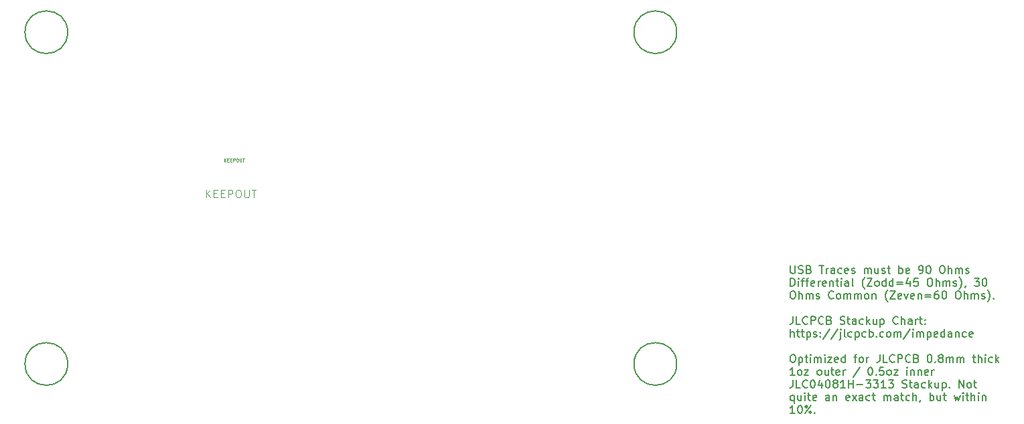
<source format=gbr>
G04 #@! TF.GenerationSoftware,KiCad,Pcbnew,8.0.6+1*
G04 #@! TF.CreationDate,2025-03-13T00:19:28+00:00*
G04 #@! TF.ProjectId,gshps,67736870-732e-46b6-9963-61645f706362,D*
G04 #@! TF.SameCoordinates,Original*
G04 #@! TF.FileFunction,Other,Comment*
%FSLAX46Y46*%
G04 Gerber Fmt 4.6, Leading zero omitted, Abs format (unit mm)*
G04 Created by KiCad (PCBNEW 8.0.6+1) date 2025-03-13 00:19:28*
%MOMM*%
%LPD*%
G01*
G04 APERTURE LIST*
%ADD10C,0.150000*%
%ADD11C,0.060000*%
%ADD12C,0.100000*%
G04 APERTURE END LIST*
D10*
X129086779Y-59539819D02*
X129086779Y-60349342D01*
X129086779Y-60349342D02*
X129134398Y-60444580D01*
X129134398Y-60444580D02*
X129182017Y-60492200D01*
X129182017Y-60492200D02*
X129277255Y-60539819D01*
X129277255Y-60539819D02*
X129467731Y-60539819D01*
X129467731Y-60539819D02*
X129562969Y-60492200D01*
X129562969Y-60492200D02*
X129610588Y-60444580D01*
X129610588Y-60444580D02*
X129658207Y-60349342D01*
X129658207Y-60349342D02*
X129658207Y-59539819D01*
X130086779Y-60492200D02*
X130229636Y-60539819D01*
X130229636Y-60539819D02*
X130467731Y-60539819D01*
X130467731Y-60539819D02*
X130562969Y-60492200D01*
X130562969Y-60492200D02*
X130610588Y-60444580D01*
X130610588Y-60444580D02*
X130658207Y-60349342D01*
X130658207Y-60349342D02*
X130658207Y-60254104D01*
X130658207Y-60254104D02*
X130610588Y-60158866D01*
X130610588Y-60158866D02*
X130562969Y-60111247D01*
X130562969Y-60111247D02*
X130467731Y-60063628D01*
X130467731Y-60063628D02*
X130277255Y-60016009D01*
X130277255Y-60016009D02*
X130182017Y-59968390D01*
X130182017Y-59968390D02*
X130134398Y-59920771D01*
X130134398Y-59920771D02*
X130086779Y-59825533D01*
X130086779Y-59825533D02*
X130086779Y-59730295D01*
X130086779Y-59730295D02*
X130134398Y-59635057D01*
X130134398Y-59635057D02*
X130182017Y-59587438D01*
X130182017Y-59587438D02*
X130277255Y-59539819D01*
X130277255Y-59539819D02*
X130515350Y-59539819D01*
X130515350Y-59539819D02*
X130658207Y-59587438D01*
X131420112Y-60016009D02*
X131562969Y-60063628D01*
X131562969Y-60063628D02*
X131610588Y-60111247D01*
X131610588Y-60111247D02*
X131658207Y-60206485D01*
X131658207Y-60206485D02*
X131658207Y-60349342D01*
X131658207Y-60349342D02*
X131610588Y-60444580D01*
X131610588Y-60444580D02*
X131562969Y-60492200D01*
X131562969Y-60492200D02*
X131467731Y-60539819D01*
X131467731Y-60539819D02*
X131086779Y-60539819D01*
X131086779Y-60539819D02*
X131086779Y-59539819D01*
X131086779Y-59539819D02*
X131420112Y-59539819D01*
X131420112Y-59539819D02*
X131515350Y-59587438D01*
X131515350Y-59587438D02*
X131562969Y-59635057D01*
X131562969Y-59635057D02*
X131610588Y-59730295D01*
X131610588Y-59730295D02*
X131610588Y-59825533D01*
X131610588Y-59825533D02*
X131562969Y-59920771D01*
X131562969Y-59920771D02*
X131515350Y-59968390D01*
X131515350Y-59968390D02*
X131420112Y-60016009D01*
X131420112Y-60016009D02*
X131086779Y-60016009D01*
X132705827Y-59539819D02*
X133277255Y-59539819D01*
X132991541Y-60539819D02*
X132991541Y-59539819D01*
X133610589Y-60539819D02*
X133610589Y-59873152D01*
X133610589Y-60063628D02*
X133658208Y-59968390D01*
X133658208Y-59968390D02*
X133705827Y-59920771D01*
X133705827Y-59920771D02*
X133801065Y-59873152D01*
X133801065Y-59873152D02*
X133896303Y-59873152D01*
X134658208Y-60539819D02*
X134658208Y-60016009D01*
X134658208Y-60016009D02*
X134610589Y-59920771D01*
X134610589Y-59920771D02*
X134515351Y-59873152D01*
X134515351Y-59873152D02*
X134324875Y-59873152D01*
X134324875Y-59873152D02*
X134229637Y-59920771D01*
X134658208Y-60492200D02*
X134562970Y-60539819D01*
X134562970Y-60539819D02*
X134324875Y-60539819D01*
X134324875Y-60539819D02*
X134229637Y-60492200D01*
X134229637Y-60492200D02*
X134182018Y-60396961D01*
X134182018Y-60396961D02*
X134182018Y-60301723D01*
X134182018Y-60301723D02*
X134229637Y-60206485D01*
X134229637Y-60206485D02*
X134324875Y-60158866D01*
X134324875Y-60158866D02*
X134562970Y-60158866D01*
X134562970Y-60158866D02*
X134658208Y-60111247D01*
X135562970Y-60492200D02*
X135467732Y-60539819D01*
X135467732Y-60539819D02*
X135277256Y-60539819D01*
X135277256Y-60539819D02*
X135182018Y-60492200D01*
X135182018Y-60492200D02*
X135134399Y-60444580D01*
X135134399Y-60444580D02*
X135086780Y-60349342D01*
X135086780Y-60349342D02*
X135086780Y-60063628D01*
X135086780Y-60063628D02*
X135134399Y-59968390D01*
X135134399Y-59968390D02*
X135182018Y-59920771D01*
X135182018Y-59920771D02*
X135277256Y-59873152D01*
X135277256Y-59873152D02*
X135467732Y-59873152D01*
X135467732Y-59873152D02*
X135562970Y-59920771D01*
X136372494Y-60492200D02*
X136277256Y-60539819D01*
X136277256Y-60539819D02*
X136086780Y-60539819D01*
X136086780Y-60539819D02*
X135991542Y-60492200D01*
X135991542Y-60492200D02*
X135943923Y-60396961D01*
X135943923Y-60396961D02*
X135943923Y-60016009D01*
X135943923Y-60016009D02*
X135991542Y-59920771D01*
X135991542Y-59920771D02*
X136086780Y-59873152D01*
X136086780Y-59873152D02*
X136277256Y-59873152D01*
X136277256Y-59873152D02*
X136372494Y-59920771D01*
X136372494Y-59920771D02*
X136420113Y-60016009D01*
X136420113Y-60016009D02*
X136420113Y-60111247D01*
X136420113Y-60111247D02*
X135943923Y-60206485D01*
X136801066Y-60492200D02*
X136896304Y-60539819D01*
X136896304Y-60539819D02*
X137086780Y-60539819D01*
X137086780Y-60539819D02*
X137182018Y-60492200D01*
X137182018Y-60492200D02*
X137229637Y-60396961D01*
X137229637Y-60396961D02*
X137229637Y-60349342D01*
X137229637Y-60349342D02*
X137182018Y-60254104D01*
X137182018Y-60254104D02*
X137086780Y-60206485D01*
X137086780Y-60206485D02*
X136943923Y-60206485D01*
X136943923Y-60206485D02*
X136848685Y-60158866D01*
X136848685Y-60158866D02*
X136801066Y-60063628D01*
X136801066Y-60063628D02*
X136801066Y-60016009D01*
X136801066Y-60016009D02*
X136848685Y-59920771D01*
X136848685Y-59920771D02*
X136943923Y-59873152D01*
X136943923Y-59873152D02*
X137086780Y-59873152D01*
X137086780Y-59873152D02*
X137182018Y-59920771D01*
X138420114Y-60539819D02*
X138420114Y-59873152D01*
X138420114Y-59968390D02*
X138467733Y-59920771D01*
X138467733Y-59920771D02*
X138562971Y-59873152D01*
X138562971Y-59873152D02*
X138705828Y-59873152D01*
X138705828Y-59873152D02*
X138801066Y-59920771D01*
X138801066Y-59920771D02*
X138848685Y-60016009D01*
X138848685Y-60016009D02*
X138848685Y-60539819D01*
X138848685Y-60016009D02*
X138896304Y-59920771D01*
X138896304Y-59920771D02*
X138991542Y-59873152D01*
X138991542Y-59873152D02*
X139134399Y-59873152D01*
X139134399Y-59873152D02*
X139229638Y-59920771D01*
X139229638Y-59920771D02*
X139277257Y-60016009D01*
X139277257Y-60016009D02*
X139277257Y-60539819D01*
X140182018Y-59873152D02*
X140182018Y-60539819D01*
X139753447Y-59873152D02*
X139753447Y-60396961D01*
X139753447Y-60396961D02*
X139801066Y-60492200D01*
X139801066Y-60492200D02*
X139896304Y-60539819D01*
X139896304Y-60539819D02*
X140039161Y-60539819D01*
X140039161Y-60539819D02*
X140134399Y-60492200D01*
X140134399Y-60492200D02*
X140182018Y-60444580D01*
X140610590Y-60492200D02*
X140705828Y-60539819D01*
X140705828Y-60539819D02*
X140896304Y-60539819D01*
X140896304Y-60539819D02*
X140991542Y-60492200D01*
X140991542Y-60492200D02*
X141039161Y-60396961D01*
X141039161Y-60396961D02*
X141039161Y-60349342D01*
X141039161Y-60349342D02*
X140991542Y-60254104D01*
X140991542Y-60254104D02*
X140896304Y-60206485D01*
X140896304Y-60206485D02*
X140753447Y-60206485D01*
X140753447Y-60206485D02*
X140658209Y-60158866D01*
X140658209Y-60158866D02*
X140610590Y-60063628D01*
X140610590Y-60063628D02*
X140610590Y-60016009D01*
X140610590Y-60016009D02*
X140658209Y-59920771D01*
X140658209Y-59920771D02*
X140753447Y-59873152D01*
X140753447Y-59873152D02*
X140896304Y-59873152D01*
X140896304Y-59873152D02*
X140991542Y-59920771D01*
X141324876Y-59873152D02*
X141705828Y-59873152D01*
X141467733Y-59539819D02*
X141467733Y-60396961D01*
X141467733Y-60396961D02*
X141515352Y-60492200D01*
X141515352Y-60492200D02*
X141610590Y-60539819D01*
X141610590Y-60539819D02*
X141705828Y-60539819D01*
X142801067Y-60539819D02*
X142801067Y-59539819D01*
X142801067Y-59920771D02*
X142896305Y-59873152D01*
X142896305Y-59873152D02*
X143086781Y-59873152D01*
X143086781Y-59873152D02*
X143182019Y-59920771D01*
X143182019Y-59920771D02*
X143229638Y-59968390D01*
X143229638Y-59968390D02*
X143277257Y-60063628D01*
X143277257Y-60063628D02*
X143277257Y-60349342D01*
X143277257Y-60349342D02*
X143229638Y-60444580D01*
X143229638Y-60444580D02*
X143182019Y-60492200D01*
X143182019Y-60492200D02*
X143086781Y-60539819D01*
X143086781Y-60539819D02*
X142896305Y-60539819D01*
X142896305Y-60539819D02*
X142801067Y-60492200D01*
X144086781Y-60492200D02*
X143991543Y-60539819D01*
X143991543Y-60539819D02*
X143801067Y-60539819D01*
X143801067Y-60539819D02*
X143705829Y-60492200D01*
X143705829Y-60492200D02*
X143658210Y-60396961D01*
X143658210Y-60396961D02*
X143658210Y-60016009D01*
X143658210Y-60016009D02*
X143705829Y-59920771D01*
X143705829Y-59920771D02*
X143801067Y-59873152D01*
X143801067Y-59873152D02*
X143991543Y-59873152D01*
X143991543Y-59873152D02*
X144086781Y-59920771D01*
X144086781Y-59920771D02*
X144134400Y-60016009D01*
X144134400Y-60016009D02*
X144134400Y-60111247D01*
X144134400Y-60111247D02*
X143658210Y-60206485D01*
X145372496Y-60539819D02*
X145562972Y-60539819D01*
X145562972Y-60539819D02*
X145658210Y-60492200D01*
X145658210Y-60492200D02*
X145705829Y-60444580D01*
X145705829Y-60444580D02*
X145801067Y-60301723D01*
X145801067Y-60301723D02*
X145848686Y-60111247D01*
X145848686Y-60111247D02*
X145848686Y-59730295D01*
X145848686Y-59730295D02*
X145801067Y-59635057D01*
X145801067Y-59635057D02*
X145753448Y-59587438D01*
X145753448Y-59587438D02*
X145658210Y-59539819D01*
X145658210Y-59539819D02*
X145467734Y-59539819D01*
X145467734Y-59539819D02*
X145372496Y-59587438D01*
X145372496Y-59587438D02*
X145324877Y-59635057D01*
X145324877Y-59635057D02*
X145277258Y-59730295D01*
X145277258Y-59730295D02*
X145277258Y-59968390D01*
X145277258Y-59968390D02*
X145324877Y-60063628D01*
X145324877Y-60063628D02*
X145372496Y-60111247D01*
X145372496Y-60111247D02*
X145467734Y-60158866D01*
X145467734Y-60158866D02*
X145658210Y-60158866D01*
X145658210Y-60158866D02*
X145753448Y-60111247D01*
X145753448Y-60111247D02*
X145801067Y-60063628D01*
X145801067Y-60063628D02*
X145848686Y-59968390D01*
X146467734Y-59539819D02*
X146562972Y-59539819D01*
X146562972Y-59539819D02*
X146658210Y-59587438D01*
X146658210Y-59587438D02*
X146705829Y-59635057D01*
X146705829Y-59635057D02*
X146753448Y-59730295D01*
X146753448Y-59730295D02*
X146801067Y-59920771D01*
X146801067Y-59920771D02*
X146801067Y-60158866D01*
X146801067Y-60158866D02*
X146753448Y-60349342D01*
X146753448Y-60349342D02*
X146705829Y-60444580D01*
X146705829Y-60444580D02*
X146658210Y-60492200D01*
X146658210Y-60492200D02*
X146562972Y-60539819D01*
X146562972Y-60539819D02*
X146467734Y-60539819D01*
X146467734Y-60539819D02*
X146372496Y-60492200D01*
X146372496Y-60492200D02*
X146324877Y-60444580D01*
X146324877Y-60444580D02*
X146277258Y-60349342D01*
X146277258Y-60349342D02*
X146229639Y-60158866D01*
X146229639Y-60158866D02*
X146229639Y-59920771D01*
X146229639Y-59920771D02*
X146277258Y-59730295D01*
X146277258Y-59730295D02*
X146324877Y-59635057D01*
X146324877Y-59635057D02*
X146372496Y-59587438D01*
X146372496Y-59587438D02*
X146467734Y-59539819D01*
X148182020Y-59539819D02*
X148372496Y-59539819D01*
X148372496Y-59539819D02*
X148467734Y-59587438D01*
X148467734Y-59587438D02*
X148562972Y-59682676D01*
X148562972Y-59682676D02*
X148610591Y-59873152D01*
X148610591Y-59873152D02*
X148610591Y-60206485D01*
X148610591Y-60206485D02*
X148562972Y-60396961D01*
X148562972Y-60396961D02*
X148467734Y-60492200D01*
X148467734Y-60492200D02*
X148372496Y-60539819D01*
X148372496Y-60539819D02*
X148182020Y-60539819D01*
X148182020Y-60539819D02*
X148086782Y-60492200D01*
X148086782Y-60492200D02*
X147991544Y-60396961D01*
X147991544Y-60396961D02*
X147943925Y-60206485D01*
X147943925Y-60206485D02*
X147943925Y-59873152D01*
X147943925Y-59873152D02*
X147991544Y-59682676D01*
X147991544Y-59682676D02*
X148086782Y-59587438D01*
X148086782Y-59587438D02*
X148182020Y-59539819D01*
X149039163Y-60539819D02*
X149039163Y-59539819D01*
X149467734Y-60539819D02*
X149467734Y-60016009D01*
X149467734Y-60016009D02*
X149420115Y-59920771D01*
X149420115Y-59920771D02*
X149324877Y-59873152D01*
X149324877Y-59873152D02*
X149182020Y-59873152D01*
X149182020Y-59873152D02*
X149086782Y-59920771D01*
X149086782Y-59920771D02*
X149039163Y-59968390D01*
X149943925Y-60539819D02*
X149943925Y-59873152D01*
X149943925Y-59968390D02*
X149991544Y-59920771D01*
X149991544Y-59920771D02*
X150086782Y-59873152D01*
X150086782Y-59873152D02*
X150229639Y-59873152D01*
X150229639Y-59873152D02*
X150324877Y-59920771D01*
X150324877Y-59920771D02*
X150372496Y-60016009D01*
X150372496Y-60016009D02*
X150372496Y-60539819D01*
X150372496Y-60016009D02*
X150420115Y-59920771D01*
X150420115Y-59920771D02*
X150515353Y-59873152D01*
X150515353Y-59873152D02*
X150658210Y-59873152D01*
X150658210Y-59873152D02*
X150753449Y-59920771D01*
X150753449Y-59920771D02*
X150801068Y-60016009D01*
X150801068Y-60016009D02*
X150801068Y-60539819D01*
X151229639Y-60492200D02*
X151324877Y-60539819D01*
X151324877Y-60539819D02*
X151515353Y-60539819D01*
X151515353Y-60539819D02*
X151610591Y-60492200D01*
X151610591Y-60492200D02*
X151658210Y-60396961D01*
X151658210Y-60396961D02*
X151658210Y-60349342D01*
X151658210Y-60349342D02*
X151610591Y-60254104D01*
X151610591Y-60254104D02*
X151515353Y-60206485D01*
X151515353Y-60206485D02*
X151372496Y-60206485D01*
X151372496Y-60206485D02*
X151277258Y-60158866D01*
X151277258Y-60158866D02*
X151229639Y-60063628D01*
X151229639Y-60063628D02*
X151229639Y-60016009D01*
X151229639Y-60016009D02*
X151277258Y-59920771D01*
X151277258Y-59920771D02*
X151372496Y-59873152D01*
X151372496Y-59873152D02*
X151515353Y-59873152D01*
X151515353Y-59873152D02*
X151610591Y-59920771D01*
X129086779Y-62149763D02*
X129086779Y-61149763D01*
X129086779Y-61149763D02*
X129324874Y-61149763D01*
X129324874Y-61149763D02*
X129467731Y-61197382D01*
X129467731Y-61197382D02*
X129562969Y-61292620D01*
X129562969Y-61292620D02*
X129610588Y-61387858D01*
X129610588Y-61387858D02*
X129658207Y-61578334D01*
X129658207Y-61578334D02*
X129658207Y-61721191D01*
X129658207Y-61721191D02*
X129610588Y-61911667D01*
X129610588Y-61911667D02*
X129562969Y-62006905D01*
X129562969Y-62006905D02*
X129467731Y-62102144D01*
X129467731Y-62102144D02*
X129324874Y-62149763D01*
X129324874Y-62149763D02*
X129086779Y-62149763D01*
X130086779Y-62149763D02*
X130086779Y-61483096D01*
X130086779Y-61149763D02*
X130039160Y-61197382D01*
X130039160Y-61197382D02*
X130086779Y-61245001D01*
X130086779Y-61245001D02*
X130134398Y-61197382D01*
X130134398Y-61197382D02*
X130086779Y-61149763D01*
X130086779Y-61149763D02*
X130086779Y-61245001D01*
X130420112Y-61483096D02*
X130801064Y-61483096D01*
X130562969Y-62149763D02*
X130562969Y-61292620D01*
X130562969Y-61292620D02*
X130610588Y-61197382D01*
X130610588Y-61197382D02*
X130705826Y-61149763D01*
X130705826Y-61149763D02*
X130801064Y-61149763D01*
X130991541Y-61483096D02*
X131372493Y-61483096D01*
X131134398Y-62149763D02*
X131134398Y-61292620D01*
X131134398Y-61292620D02*
X131182017Y-61197382D01*
X131182017Y-61197382D02*
X131277255Y-61149763D01*
X131277255Y-61149763D02*
X131372493Y-61149763D01*
X132086779Y-62102144D02*
X131991541Y-62149763D01*
X131991541Y-62149763D02*
X131801065Y-62149763D01*
X131801065Y-62149763D02*
X131705827Y-62102144D01*
X131705827Y-62102144D02*
X131658208Y-62006905D01*
X131658208Y-62006905D02*
X131658208Y-61625953D01*
X131658208Y-61625953D02*
X131705827Y-61530715D01*
X131705827Y-61530715D02*
X131801065Y-61483096D01*
X131801065Y-61483096D02*
X131991541Y-61483096D01*
X131991541Y-61483096D02*
X132086779Y-61530715D01*
X132086779Y-61530715D02*
X132134398Y-61625953D01*
X132134398Y-61625953D02*
X132134398Y-61721191D01*
X132134398Y-61721191D02*
X131658208Y-61816429D01*
X132562970Y-62149763D02*
X132562970Y-61483096D01*
X132562970Y-61673572D02*
X132610589Y-61578334D01*
X132610589Y-61578334D02*
X132658208Y-61530715D01*
X132658208Y-61530715D02*
X132753446Y-61483096D01*
X132753446Y-61483096D02*
X132848684Y-61483096D01*
X133562970Y-62102144D02*
X133467732Y-62149763D01*
X133467732Y-62149763D02*
X133277256Y-62149763D01*
X133277256Y-62149763D02*
X133182018Y-62102144D01*
X133182018Y-62102144D02*
X133134399Y-62006905D01*
X133134399Y-62006905D02*
X133134399Y-61625953D01*
X133134399Y-61625953D02*
X133182018Y-61530715D01*
X133182018Y-61530715D02*
X133277256Y-61483096D01*
X133277256Y-61483096D02*
X133467732Y-61483096D01*
X133467732Y-61483096D02*
X133562970Y-61530715D01*
X133562970Y-61530715D02*
X133610589Y-61625953D01*
X133610589Y-61625953D02*
X133610589Y-61721191D01*
X133610589Y-61721191D02*
X133134399Y-61816429D01*
X134039161Y-61483096D02*
X134039161Y-62149763D01*
X134039161Y-61578334D02*
X134086780Y-61530715D01*
X134086780Y-61530715D02*
X134182018Y-61483096D01*
X134182018Y-61483096D02*
X134324875Y-61483096D01*
X134324875Y-61483096D02*
X134420113Y-61530715D01*
X134420113Y-61530715D02*
X134467732Y-61625953D01*
X134467732Y-61625953D02*
X134467732Y-62149763D01*
X134801066Y-61483096D02*
X135182018Y-61483096D01*
X134943923Y-61149763D02*
X134943923Y-62006905D01*
X134943923Y-62006905D02*
X134991542Y-62102144D01*
X134991542Y-62102144D02*
X135086780Y-62149763D01*
X135086780Y-62149763D02*
X135182018Y-62149763D01*
X135515352Y-62149763D02*
X135515352Y-61483096D01*
X135515352Y-61149763D02*
X135467733Y-61197382D01*
X135467733Y-61197382D02*
X135515352Y-61245001D01*
X135515352Y-61245001D02*
X135562971Y-61197382D01*
X135562971Y-61197382D02*
X135515352Y-61149763D01*
X135515352Y-61149763D02*
X135515352Y-61245001D01*
X136420113Y-62149763D02*
X136420113Y-61625953D01*
X136420113Y-61625953D02*
X136372494Y-61530715D01*
X136372494Y-61530715D02*
X136277256Y-61483096D01*
X136277256Y-61483096D02*
X136086780Y-61483096D01*
X136086780Y-61483096D02*
X135991542Y-61530715D01*
X136420113Y-62102144D02*
X136324875Y-62149763D01*
X136324875Y-62149763D02*
X136086780Y-62149763D01*
X136086780Y-62149763D02*
X135991542Y-62102144D01*
X135991542Y-62102144D02*
X135943923Y-62006905D01*
X135943923Y-62006905D02*
X135943923Y-61911667D01*
X135943923Y-61911667D02*
X135991542Y-61816429D01*
X135991542Y-61816429D02*
X136086780Y-61768810D01*
X136086780Y-61768810D02*
X136324875Y-61768810D01*
X136324875Y-61768810D02*
X136420113Y-61721191D01*
X137039161Y-62149763D02*
X136943923Y-62102144D01*
X136943923Y-62102144D02*
X136896304Y-62006905D01*
X136896304Y-62006905D02*
X136896304Y-61149763D01*
X138467733Y-62530715D02*
X138420114Y-62483096D01*
X138420114Y-62483096D02*
X138324876Y-62340239D01*
X138324876Y-62340239D02*
X138277257Y-62245001D01*
X138277257Y-62245001D02*
X138229638Y-62102144D01*
X138229638Y-62102144D02*
X138182019Y-61864048D01*
X138182019Y-61864048D02*
X138182019Y-61673572D01*
X138182019Y-61673572D02*
X138229638Y-61435477D01*
X138229638Y-61435477D02*
X138277257Y-61292620D01*
X138277257Y-61292620D02*
X138324876Y-61197382D01*
X138324876Y-61197382D02*
X138420114Y-61054524D01*
X138420114Y-61054524D02*
X138467733Y-61006905D01*
X138753448Y-61149763D02*
X139420114Y-61149763D01*
X139420114Y-61149763D02*
X138753448Y-62149763D01*
X138753448Y-62149763D02*
X139420114Y-62149763D01*
X139943924Y-62149763D02*
X139848686Y-62102144D01*
X139848686Y-62102144D02*
X139801067Y-62054524D01*
X139801067Y-62054524D02*
X139753448Y-61959286D01*
X139753448Y-61959286D02*
X139753448Y-61673572D01*
X139753448Y-61673572D02*
X139801067Y-61578334D01*
X139801067Y-61578334D02*
X139848686Y-61530715D01*
X139848686Y-61530715D02*
X139943924Y-61483096D01*
X139943924Y-61483096D02*
X140086781Y-61483096D01*
X140086781Y-61483096D02*
X140182019Y-61530715D01*
X140182019Y-61530715D02*
X140229638Y-61578334D01*
X140229638Y-61578334D02*
X140277257Y-61673572D01*
X140277257Y-61673572D02*
X140277257Y-61959286D01*
X140277257Y-61959286D02*
X140229638Y-62054524D01*
X140229638Y-62054524D02*
X140182019Y-62102144D01*
X140182019Y-62102144D02*
X140086781Y-62149763D01*
X140086781Y-62149763D02*
X139943924Y-62149763D01*
X141134400Y-62149763D02*
X141134400Y-61149763D01*
X141134400Y-62102144D02*
X141039162Y-62149763D01*
X141039162Y-62149763D02*
X140848686Y-62149763D01*
X140848686Y-62149763D02*
X140753448Y-62102144D01*
X140753448Y-62102144D02*
X140705829Y-62054524D01*
X140705829Y-62054524D02*
X140658210Y-61959286D01*
X140658210Y-61959286D02*
X140658210Y-61673572D01*
X140658210Y-61673572D02*
X140705829Y-61578334D01*
X140705829Y-61578334D02*
X140753448Y-61530715D01*
X140753448Y-61530715D02*
X140848686Y-61483096D01*
X140848686Y-61483096D02*
X141039162Y-61483096D01*
X141039162Y-61483096D02*
X141134400Y-61530715D01*
X142039162Y-62149763D02*
X142039162Y-61149763D01*
X142039162Y-62102144D02*
X141943924Y-62149763D01*
X141943924Y-62149763D02*
X141753448Y-62149763D01*
X141753448Y-62149763D02*
X141658210Y-62102144D01*
X141658210Y-62102144D02*
X141610591Y-62054524D01*
X141610591Y-62054524D02*
X141562972Y-61959286D01*
X141562972Y-61959286D02*
X141562972Y-61673572D01*
X141562972Y-61673572D02*
X141610591Y-61578334D01*
X141610591Y-61578334D02*
X141658210Y-61530715D01*
X141658210Y-61530715D02*
X141753448Y-61483096D01*
X141753448Y-61483096D02*
X141943924Y-61483096D01*
X141943924Y-61483096D02*
X142039162Y-61530715D01*
X142515353Y-61625953D02*
X143277258Y-61625953D01*
X143277258Y-61911667D02*
X142515353Y-61911667D01*
X144182019Y-61483096D02*
X144182019Y-62149763D01*
X143943924Y-61102144D02*
X143705829Y-61816429D01*
X143705829Y-61816429D02*
X144324876Y-61816429D01*
X145182019Y-61149763D02*
X144705829Y-61149763D01*
X144705829Y-61149763D02*
X144658210Y-61625953D01*
X144658210Y-61625953D02*
X144705829Y-61578334D01*
X144705829Y-61578334D02*
X144801067Y-61530715D01*
X144801067Y-61530715D02*
X145039162Y-61530715D01*
X145039162Y-61530715D02*
X145134400Y-61578334D01*
X145134400Y-61578334D02*
X145182019Y-61625953D01*
X145182019Y-61625953D02*
X145229638Y-61721191D01*
X145229638Y-61721191D02*
X145229638Y-61959286D01*
X145229638Y-61959286D02*
X145182019Y-62054524D01*
X145182019Y-62054524D02*
X145134400Y-62102144D01*
X145134400Y-62102144D02*
X145039162Y-62149763D01*
X145039162Y-62149763D02*
X144801067Y-62149763D01*
X144801067Y-62149763D02*
X144705829Y-62102144D01*
X144705829Y-62102144D02*
X144658210Y-62054524D01*
X146610591Y-61149763D02*
X146801067Y-61149763D01*
X146801067Y-61149763D02*
X146896305Y-61197382D01*
X146896305Y-61197382D02*
X146991543Y-61292620D01*
X146991543Y-61292620D02*
X147039162Y-61483096D01*
X147039162Y-61483096D02*
X147039162Y-61816429D01*
X147039162Y-61816429D02*
X146991543Y-62006905D01*
X146991543Y-62006905D02*
X146896305Y-62102144D01*
X146896305Y-62102144D02*
X146801067Y-62149763D01*
X146801067Y-62149763D02*
X146610591Y-62149763D01*
X146610591Y-62149763D02*
X146515353Y-62102144D01*
X146515353Y-62102144D02*
X146420115Y-62006905D01*
X146420115Y-62006905D02*
X146372496Y-61816429D01*
X146372496Y-61816429D02*
X146372496Y-61483096D01*
X146372496Y-61483096D02*
X146420115Y-61292620D01*
X146420115Y-61292620D02*
X146515353Y-61197382D01*
X146515353Y-61197382D02*
X146610591Y-61149763D01*
X147467734Y-62149763D02*
X147467734Y-61149763D01*
X147896305Y-62149763D02*
X147896305Y-61625953D01*
X147896305Y-61625953D02*
X147848686Y-61530715D01*
X147848686Y-61530715D02*
X147753448Y-61483096D01*
X147753448Y-61483096D02*
X147610591Y-61483096D01*
X147610591Y-61483096D02*
X147515353Y-61530715D01*
X147515353Y-61530715D02*
X147467734Y-61578334D01*
X148372496Y-62149763D02*
X148372496Y-61483096D01*
X148372496Y-61578334D02*
X148420115Y-61530715D01*
X148420115Y-61530715D02*
X148515353Y-61483096D01*
X148515353Y-61483096D02*
X148658210Y-61483096D01*
X148658210Y-61483096D02*
X148753448Y-61530715D01*
X148753448Y-61530715D02*
X148801067Y-61625953D01*
X148801067Y-61625953D02*
X148801067Y-62149763D01*
X148801067Y-61625953D02*
X148848686Y-61530715D01*
X148848686Y-61530715D02*
X148943924Y-61483096D01*
X148943924Y-61483096D02*
X149086781Y-61483096D01*
X149086781Y-61483096D02*
X149182020Y-61530715D01*
X149182020Y-61530715D02*
X149229639Y-61625953D01*
X149229639Y-61625953D02*
X149229639Y-62149763D01*
X149658210Y-62102144D02*
X149753448Y-62149763D01*
X149753448Y-62149763D02*
X149943924Y-62149763D01*
X149943924Y-62149763D02*
X150039162Y-62102144D01*
X150039162Y-62102144D02*
X150086781Y-62006905D01*
X150086781Y-62006905D02*
X150086781Y-61959286D01*
X150086781Y-61959286D02*
X150039162Y-61864048D01*
X150039162Y-61864048D02*
X149943924Y-61816429D01*
X149943924Y-61816429D02*
X149801067Y-61816429D01*
X149801067Y-61816429D02*
X149705829Y-61768810D01*
X149705829Y-61768810D02*
X149658210Y-61673572D01*
X149658210Y-61673572D02*
X149658210Y-61625953D01*
X149658210Y-61625953D02*
X149705829Y-61530715D01*
X149705829Y-61530715D02*
X149801067Y-61483096D01*
X149801067Y-61483096D02*
X149943924Y-61483096D01*
X149943924Y-61483096D02*
X150039162Y-61530715D01*
X150420115Y-62530715D02*
X150467734Y-62483096D01*
X150467734Y-62483096D02*
X150562972Y-62340239D01*
X150562972Y-62340239D02*
X150610591Y-62245001D01*
X150610591Y-62245001D02*
X150658210Y-62102144D01*
X150658210Y-62102144D02*
X150705829Y-61864048D01*
X150705829Y-61864048D02*
X150705829Y-61673572D01*
X150705829Y-61673572D02*
X150658210Y-61435477D01*
X150658210Y-61435477D02*
X150610591Y-61292620D01*
X150610591Y-61292620D02*
X150562972Y-61197382D01*
X150562972Y-61197382D02*
X150467734Y-61054524D01*
X150467734Y-61054524D02*
X150420115Y-61006905D01*
X151229639Y-62102144D02*
X151229639Y-62149763D01*
X151229639Y-62149763D02*
X151182020Y-62245001D01*
X151182020Y-62245001D02*
X151134401Y-62292620D01*
X152324877Y-61149763D02*
X152943924Y-61149763D01*
X152943924Y-61149763D02*
X152610591Y-61530715D01*
X152610591Y-61530715D02*
X152753448Y-61530715D01*
X152753448Y-61530715D02*
X152848686Y-61578334D01*
X152848686Y-61578334D02*
X152896305Y-61625953D01*
X152896305Y-61625953D02*
X152943924Y-61721191D01*
X152943924Y-61721191D02*
X152943924Y-61959286D01*
X152943924Y-61959286D02*
X152896305Y-62054524D01*
X152896305Y-62054524D02*
X152848686Y-62102144D01*
X152848686Y-62102144D02*
X152753448Y-62149763D01*
X152753448Y-62149763D02*
X152467734Y-62149763D01*
X152467734Y-62149763D02*
X152372496Y-62102144D01*
X152372496Y-62102144D02*
X152324877Y-62054524D01*
X153562972Y-61149763D02*
X153658210Y-61149763D01*
X153658210Y-61149763D02*
X153753448Y-61197382D01*
X153753448Y-61197382D02*
X153801067Y-61245001D01*
X153801067Y-61245001D02*
X153848686Y-61340239D01*
X153848686Y-61340239D02*
X153896305Y-61530715D01*
X153896305Y-61530715D02*
X153896305Y-61768810D01*
X153896305Y-61768810D02*
X153848686Y-61959286D01*
X153848686Y-61959286D02*
X153801067Y-62054524D01*
X153801067Y-62054524D02*
X153753448Y-62102144D01*
X153753448Y-62102144D02*
X153658210Y-62149763D01*
X153658210Y-62149763D02*
X153562972Y-62149763D01*
X153562972Y-62149763D02*
X153467734Y-62102144D01*
X153467734Y-62102144D02*
X153420115Y-62054524D01*
X153420115Y-62054524D02*
X153372496Y-61959286D01*
X153372496Y-61959286D02*
X153324877Y-61768810D01*
X153324877Y-61768810D02*
X153324877Y-61530715D01*
X153324877Y-61530715D02*
X153372496Y-61340239D01*
X153372496Y-61340239D02*
X153420115Y-61245001D01*
X153420115Y-61245001D02*
X153467734Y-61197382D01*
X153467734Y-61197382D02*
X153562972Y-61149763D01*
X129277255Y-62759707D02*
X129467731Y-62759707D01*
X129467731Y-62759707D02*
X129562969Y-62807326D01*
X129562969Y-62807326D02*
X129658207Y-62902564D01*
X129658207Y-62902564D02*
X129705826Y-63093040D01*
X129705826Y-63093040D02*
X129705826Y-63426373D01*
X129705826Y-63426373D02*
X129658207Y-63616849D01*
X129658207Y-63616849D02*
X129562969Y-63712088D01*
X129562969Y-63712088D02*
X129467731Y-63759707D01*
X129467731Y-63759707D02*
X129277255Y-63759707D01*
X129277255Y-63759707D02*
X129182017Y-63712088D01*
X129182017Y-63712088D02*
X129086779Y-63616849D01*
X129086779Y-63616849D02*
X129039160Y-63426373D01*
X129039160Y-63426373D02*
X129039160Y-63093040D01*
X129039160Y-63093040D02*
X129086779Y-62902564D01*
X129086779Y-62902564D02*
X129182017Y-62807326D01*
X129182017Y-62807326D02*
X129277255Y-62759707D01*
X130134398Y-63759707D02*
X130134398Y-62759707D01*
X130562969Y-63759707D02*
X130562969Y-63235897D01*
X130562969Y-63235897D02*
X130515350Y-63140659D01*
X130515350Y-63140659D02*
X130420112Y-63093040D01*
X130420112Y-63093040D02*
X130277255Y-63093040D01*
X130277255Y-63093040D02*
X130182017Y-63140659D01*
X130182017Y-63140659D02*
X130134398Y-63188278D01*
X131039160Y-63759707D02*
X131039160Y-63093040D01*
X131039160Y-63188278D02*
X131086779Y-63140659D01*
X131086779Y-63140659D02*
X131182017Y-63093040D01*
X131182017Y-63093040D02*
X131324874Y-63093040D01*
X131324874Y-63093040D02*
X131420112Y-63140659D01*
X131420112Y-63140659D02*
X131467731Y-63235897D01*
X131467731Y-63235897D02*
X131467731Y-63759707D01*
X131467731Y-63235897D02*
X131515350Y-63140659D01*
X131515350Y-63140659D02*
X131610588Y-63093040D01*
X131610588Y-63093040D02*
X131753445Y-63093040D01*
X131753445Y-63093040D02*
X131848684Y-63140659D01*
X131848684Y-63140659D02*
X131896303Y-63235897D01*
X131896303Y-63235897D02*
X131896303Y-63759707D01*
X132324874Y-63712088D02*
X132420112Y-63759707D01*
X132420112Y-63759707D02*
X132610588Y-63759707D01*
X132610588Y-63759707D02*
X132705826Y-63712088D01*
X132705826Y-63712088D02*
X132753445Y-63616849D01*
X132753445Y-63616849D02*
X132753445Y-63569230D01*
X132753445Y-63569230D02*
X132705826Y-63473992D01*
X132705826Y-63473992D02*
X132610588Y-63426373D01*
X132610588Y-63426373D02*
X132467731Y-63426373D01*
X132467731Y-63426373D02*
X132372493Y-63378754D01*
X132372493Y-63378754D02*
X132324874Y-63283516D01*
X132324874Y-63283516D02*
X132324874Y-63235897D01*
X132324874Y-63235897D02*
X132372493Y-63140659D01*
X132372493Y-63140659D02*
X132467731Y-63093040D01*
X132467731Y-63093040D02*
X132610588Y-63093040D01*
X132610588Y-63093040D02*
X132705826Y-63140659D01*
X134515350Y-63664468D02*
X134467731Y-63712088D01*
X134467731Y-63712088D02*
X134324874Y-63759707D01*
X134324874Y-63759707D02*
X134229636Y-63759707D01*
X134229636Y-63759707D02*
X134086779Y-63712088D01*
X134086779Y-63712088D02*
X133991541Y-63616849D01*
X133991541Y-63616849D02*
X133943922Y-63521611D01*
X133943922Y-63521611D02*
X133896303Y-63331135D01*
X133896303Y-63331135D02*
X133896303Y-63188278D01*
X133896303Y-63188278D02*
X133943922Y-62997802D01*
X133943922Y-62997802D02*
X133991541Y-62902564D01*
X133991541Y-62902564D02*
X134086779Y-62807326D01*
X134086779Y-62807326D02*
X134229636Y-62759707D01*
X134229636Y-62759707D02*
X134324874Y-62759707D01*
X134324874Y-62759707D02*
X134467731Y-62807326D01*
X134467731Y-62807326D02*
X134515350Y-62854945D01*
X135086779Y-63759707D02*
X134991541Y-63712088D01*
X134991541Y-63712088D02*
X134943922Y-63664468D01*
X134943922Y-63664468D02*
X134896303Y-63569230D01*
X134896303Y-63569230D02*
X134896303Y-63283516D01*
X134896303Y-63283516D02*
X134943922Y-63188278D01*
X134943922Y-63188278D02*
X134991541Y-63140659D01*
X134991541Y-63140659D02*
X135086779Y-63093040D01*
X135086779Y-63093040D02*
X135229636Y-63093040D01*
X135229636Y-63093040D02*
X135324874Y-63140659D01*
X135324874Y-63140659D02*
X135372493Y-63188278D01*
X135372493Y-63188278D02*
X135420112Y-63283516D01*
X135420112Y-63283516D02*
X135420112Y-63569230D01*
X135420112Y-63569230D02*
X135372493Y-63664468D01*
X135372493Y-63664468D02*
X135324874Y-63712088D01*
X135324874Y-63712088D02*
X135229636Y-63759707D01*
X135229636Y-63759707D02*
X135086779Y-63759707D01*
X135848684Y-63759707D02*
X135848684Y-63093040D01*
X135848684Y-63188278D02*
X135896303Y-63140659D01*
X135896303Y-63140659D02*
X135991541Y-63093040D01*
X135991541Y-63093040D02*
X136134398Y-63093040D01*
X136134398Y-63093040D02*
X136229636Y-63140659D01*
X136229636Y-63140659D02*
X136277255Y-63235897D01*
X136277255Y-63235897D02*
X136277255Y-63759707D01*
X136277255Y-63235897D02*
X136324874Y-63140659D01*
X136324874Y-63140659D02*
X136420112Y-63093040D01*
X136420112Y-63093040D02*
X136562969Y-63093040D01*
X136562969Y-63093040D02*
X136658208Y-63140659D01*
X136658208Y-63140659D02*
X136705827Y-63235897D01*
X136705827Y-63235897D02*
X136705827Y-63759707D01*
X137182017Y-63759707D02*
X137182017Y-63093040D01*
X137182017Y-63188278D02*
X137229636Y-63140659D01*
X137229636Y-63140659D02*
X137324874Y-63093040D01*
X137324874Y-63093040D02*
X137467731Y-63093040D01*
X137467731Y-63093040D02*
X137562969Y-63140659D01*
X137562969Y-63140659D02*
X137610588Y-63235897D01*
X137610588Y-63235897D02*
X137610588Y-63759707D01*
X137610588Y-63235897D02*
X137658207Y-63140659D01*
X137658207Y-63140659D02*
X137753445Y-63093040D01*
X137753445Y-63093040D02*
X137896302Y-63093040D01*
X137896302Y-63093040D02*
X137991541Y-63140659D01*
X137991541Y-63140659D02*
X138039160Y-63235897D01*
X138039160Y-63235897D02*
X138039160Y-63759707D01*
X138658207Y-63759707D02*
X138562969Y-63712088D01*
X138562969Y-63712088D02*
X138515350Y-63664468D01*
X138515350Y-63664468D02*
X138467731Y-63569230D01*
X138467731Y-63569230D02*
X138467731Y-63283516D01*
X138467731Y-63283516D02*
X138515350Y-63188278D01*
X138515350Y-63188278D02*
X138562969Y-63140659D01*
X138562969Y-63140659D02*
X138658207Y-63093040D01*
X138658207Y-63093040D02*
X138801064Y-63093040D01*
X138801064Y-63093040D02*
X138896302Y-63140659D01*
X138896302Y-63140659D02*
X138943921Y-63188278D01*
X138943921Y-63188278D02*
X138991540Y-63283516D01*
X138991540Y-63283516D02*
X138991540Y-63569230D01*
X138991540Y-63569230D02*
X138943921Y-63664468D01*
X138943921Y-63664468D02*
X138896302Y-63712088D01*
X138896302Y-63712088D02*
X138801064Y-63759707D01*
X138801064Y-63759707D02*
X138658207Y-63759707D01*
X139420112Y-63093040D02*
X139420112Y-63759707D01*
X139420112Y-63188278D02*
X139467731Y-63140659D01*
X139467731Y-63140659D02*
X139562969Y-63093040D01*
X139562969Y-63093040D02*
X139705826Y-63093040D01*
X139705826Y-63093040D02*
X139801064Y-63140659D01*
X139801064Y-63140659D02*
X139848683Y-63235897D01*
X139848683Y-63235897D02*
X139848683Y-63759707D01*
X141372493Y-64140659D02*
X141324874Y-64093040D01*
X141324874Y-64093040D02*
X141229636Y-63950183D01*
X141229636Y-63950183D02*
X141182017Y-63854945D01*
X141182017Y-63854945D02*
X141134398Y-63712088D01*
X141134398Y-63712088D02*
X141086779Y-63473992D01*
X141086779Y-63473992D02*
X141086779Y-63283516D01*
X141086779Y-63283516D02*
X141134398Y-63045421D01*
X141134398Y-63045421D02*
X141182017Y-62902564D01*
X141182017Y-62902564D02*
X141229636Y-62807326D01*
X141229636Y-62807326D02*
X141324874Y-62664468D01*
X141324874Y-62664468D02*
X141372493Y-62616849D01*
X141658208Y-62759707D02*
X142324874Y-62759707D01*
X142324874Y-62759707D02*
X141658208Y-63759707D01*
X141658208Y-63759707D02*
X142324874Y-63759707D01*
X143086779Y-63712088D02*
X142991541Y-63759707D01*
X142991541Y-63759707D02*
X142801065Y-63759707D01*
X142801065Y-63759707D02*
X142705827Y-63712088D01*
X142705827Y-63712088D02*
X142658208Y-63616849D01*
X142658208Y-63616849D02*
X142658208Y-63235897D01*
X142658208Y-63235897D02*
X142705827Y-63140659D01*
X142705827Y-63140659D02*
X142801065Y-63093040D01*
X142801065Y-63093040D02*
X142991541Y-63093040D01*
X142991541Y-63093040D02*
X143086779Y-63140659D01*
X143086779Y-63140659D02*
X143134398Y-63235897D01*
X143134398Y-63235897D02*
X143134398Y-63331135D01*
X143134398Y-63331135D02*
X142658208Y-63426373D01*
X143467732Y-63093040D02*
X143705827Y-63759707D01*
X143705827Y-63759707D02*
X143943922Y-63093040D01*
X144705827Y-63712088D02*
X144610589Y-63759707D01*
X144610589Y-63759707D02*
X144420113Y-63759707D01*
X144420113Y-63759707D02*
X144324875Y-63712088D01*
X144324875Y-63712088D02*
X144277256Y-63616849D01*
X144277256Y-63616849D02*
X144277256Y-63235897D01*
X144277256Y-63235897D02*
X144324875Y-63140659D01*
X144324875Y-63140659D02*
X144420113Y-63093040D01*
X144420113Y-63093040D02*
X144610589Y-63093040D01*
X144610589Y-63093040D02*
X144705827Y-63140659D01*
X144705827Y-63140659D02*
X144753446Y-63235897D01*
X144753446Y-63235897D02*
X144753446Y-63331135D01*
X144753446Y-63331135D02*
X144277256Y-63426373D01*
X145182018Y-63093040D02*
X145182018Y-63759707D01*
X145182018Y-63188278D02*
X145229637Y-63140659D01*
X145229637Y-63140659D02*
X145324875Y-63093040D01*
X145324875Y-63093040D02*
X145467732Y-63093040D01*
X145467732Y-63093040D02*
X145562970Y-63140659D01*
X145562970Y-63140659D02*
X145610589Y-63235897D01*
X145610589Y-63235897D02*
X145610589Y-63759707D01*
X146086780Y-63235897D02*
X146848685Y-63235897D01*
X146848685Y-63521611D02*
X146086780Y-63521611D01*
X147753446Y-62759707D02*
X147562970Y-62759707D01*
X147562970Y-62759707D02*
X147467732Y-62807326D01*
X147467732Y-62807326D02*
X147420113Y-62854945D01*
X147420113Y-62854945D02*
X147324875Y-62997802D01*
X147324875Y-62997802D02*
X147277256Y-63188278D01*
X147277256Y-63188278D02*
X147277256Y-63569230D01*
X147277256Y-63569230D02*
X147324875Y-63664468D01*
X147324875Y-63664468D02*
X147372494Y-63712088D01*
X147372494Y-63712088D02*
X147467732Y-63759707D01*
X147467732Y-63759707D02*
X147658208Y-63759707D01*
X147658208Y-63759707D02*
X147753446Y-63712088D01*
X147753446Y-63712088D02*
X147801065Y-63664468D01*
X147801065Y-63664468D02*
X147848684Y-63569230D01*
X147848684Y-63569230D02*
X147848684Y-63331135D01*
X147848684Y-63331135D02*
X147801065Y-63235897D01*
X147801065Y-63235897D02*
X147753446Y-63188278D01*
X147753446Y-63188278D02*
X147658208Y-63140659D01*
X147658208Y-63140659D02*
X147467732Y-63140659D01*
X147467732Y-63140659D02*
X147372494Y-63188278D01*
X147372494Y-63188278D02*
X147324875Y-63235897D01*
X147324875Y-63235897D02*
X147277256Y-63331135D01*
X148467732Y-62759707D02*
X148562970Y-62759707D01*
X148562970Y-62759707D02*
X148658208Y-62807326D01*
X148658208Y-62807326D02*
X148705827Y-62854945D01*
X148705827Y-62854945D02*
X148753446Y-62950183D01*
X148753446Y-62950183D02*
X148801065Y-63140659D01*
X148801065Y-63140659D02*
X148801065Y-63378754D01*
X148801065Y-63378754D02*
X148753446Y-63569230D01*
X148753446Y-63569230D02*
X148705827Y-63664468D01*
X148705827Y-63664468D02*
X148658208Y-63712088D01*
X148658208Y-63712088D02*
X148562970Y-63759707D01*
X148562970Y-63759707D02*
X148467732Y-63759707D01*
X148467732Y-63759707D02*
X148372494Y-63712088D01*
X148372494Y-63712088D02*
X148324875Y-63664468D01*
X148324875Y-63664468D02*
X148277256Y-63569230D01*
X148277256Y-63569230D02*
X148229637Y-63378754D01*
X148229637Y-63378754D02*
X148229637Y-63140659D01*
X148229637Y-63140659D02*
X148277256Y-62950183D01*
X148277256Y-62950183D02*
X148324875Y-62854945D01*
X148324875Y-62854945D02*
X148372494Y-62807326D01*
X148372494Y-62807326D02*
X148467732Y-62759707D01*
X150182018Y-62759707D02*
X150372494Y-62759707D01*
X150372494Y-62759707D02*
X150467732Y-62807326D01*
X150467732Y-62807326D02*
X150562970Y-62902564D01*
X150562970Y-62902564D02*
X150610589Y-63093040D01*
X150610589Y-63093040D02*
X150610589Y-63426373D01*
X150610589Y-63426373D02*
X150562970Y-63616849D01*
X150562970Y-63616849D02*
X150467732Y-63712088D01*
X150467732Y-63712088D02*
X150372494Y-63759707D01*
X150372494Y-63759707D02*
X150182018Y-63759707D01*
X150182018Y-63759707D02*
X150086780Y-63712088D01*
X150086780Y-63712088D02*
X149991542Y-63616849D01*
X149991542Y-63616849D02*
X149943923Y-63426373D01*
X149943923Y-63426373D02*
X149943923Y-63093040D01*
X149943923Y-63093040D02*
X149991542Y-62902564D01*
X149991542Y-62902564D02*
X150086780Y-62807326D01*
X150086780Y-62807326D02*
X150182018Y-62759707D01*
X151039161Y-63759707D02*
X151039161Y-62759707D01*
X151467732Y-63759707D02*
X151467732Y-63235897D01*
X151467732Y-63235897D02*
X151420113Y-63140659D01*
X151420113Y-63140659D02*
X151324875Y-63093040D01*
X151324875Y-63093040D02*
X151182018Y-63093040D01*
X151182018Y-63093040D02*
X151086780Y-63140659D01*
X151086780Y-63140659D02*
X151039161Y-63188278D01*
X151943923Y-63759707D02*
X151943923Y-63093040D01*
X151943923Y-63188278D02*
X151991542Y-63140659D01*
X151991542Y-63140659D02*
X152086780Y-63093040D01*
X152086780Y-63093040D02*
X152229637Y-63093040D01*
X152229637Y-63093040D02*
X152324875Y-63140659D01*
X152324875Y-63140659D02*
X152372494Y-63235897D01*
X152372494Y-63235897D02*
X152372494Y-63759707D01*
X152372494Y-63235897D02*
X152420113Y-63140659D01*
X152420113Y-63140659D02*
X152515351Y-63093040D01*
X152515351Y-63093040D02*
X152658208Y-63093040D01*
X152658208Y-63093040D02*
X152753447Y-63140659D01*
X152753447Y-63140659D02*
X152801066Y-63235897D01*
X152801066Y-63235897D02*
X152801066Y-63759707D01*
X153229637Y-63712088D02*
X153324875Y-63759707D01*
X153324875Y-63759707D02*
X153515351Y-63759707D01*
X153515351Y-63759707D02*
X153610589Y-63712088D01*
X153610589Y-63712088D02*
X153658208Y-63616849D01*
X153658208Y-63616849D02*
X153658208Y-63569230D01*
X153658208Y-63569230D02*
X153610589Y-63473992D01*
X153610589Y-63473992D02*
X153515351Y-63426373D01*
X153515351Y-63426373D02*
X153372494Y-63426373D01*
X153372494Y-63426373D02*
X153277256Y-63378754D01*
X153277256Y-63378754D02*
X153229637Y-63283516D01*
X153229637Y-63283516D02*
X153229637Y-63235897D01*
X153229637Y-63235897D02*
X153277256Y-63140659D01*
X153277256Y-63140659D02*
X153372494Y-63093040D01*
X153372494Y-63093040D02*
X153515351Y-63093040D01*
X153515351Y-63093040D02*
X153610589Y-63140659D01*
X153991542Y-64140659D02*
X154039161Y-64093040D01*
X154039161Y-64093040D02*
X154134399Y-63950183D01*
X154134399Y-63950183D02*
X154182018Y-63854945D01*
X154182018Y-63854945D02*
X154229637Y-63712088D01*
X154229637Y-63712088D02*
X154277256Y-63473992D01*
X154277256Y-63473992D02*
X154277256Y-63283516D01*
X154277256Y-63283516D02*
X154229637Y-63045421D01*
X154229637Y-63045421D02*
X154182018Y-62902564D01*
X154182018Y-62902564D02*
X154134399Y-62807326D01*
X154134399Y-62807326D02*
X154039161Y-62664468D01*
X154039161Y-62664468D02*
X153991542Y-62616849D01*
X154753447Y-63664468D02*
X154801066Y-63712088D01*
X154801066Y-63712088D02*
X154753447Y-63759707D01*
X154753447Y-63759707D02*
X154705828Y-63712088D01*
X154705828Y-63712088D02*
X154753447Y-63664468D01*
X154753447Y-63664468D02*
X154753447Y-63759707D01*
X129372493Y-65979595D02*
X129372493Y-66693880D01*
X129372493Y-66693880D02*
X129324874Y-66836737D01*
X129324874Y-66836737D02*
X129229636Y-66931976D01*
X129229636Y-66931976D02*
X129086779Y-66979595D01*
X129086779Y-66979595D02*
X128991541Y-66979595D01*
X130324874Y-66979595D02*
X129848684Y-66979595D01*
X129848684Y-66979595D02*
X129848684Y-65979595D01*
X131229636Y-66884356D02*
X131182017Y-66931976D01*
X131182017Y-66931976D02*
X131039160Y-66979595D01*
X131039160Y-66979595D02*
X130943922Y-66979595D01*
X130943922Y-66979595D02*
X130801065Y-66931976D01*
X130801065Y-66931976D02*
X130705827Y-66836737D01*
X130705827Y-66836737D02*
X130658208Y-66741499D01*
X130658208Y-66741499D02*
X130610589Y-66551023D01*
X130610589Y-66551023D02*
X130610589Y-66408166D01*
X130610589Y-66408166D02*
X130658208Y-66217690D01*
X130658208Y-66217690D02*
X130705827Y-66122452D01*
X130705827Y-66122452D02*
X130801065Y-66027214D01*
X130801065Y-66027214D02*
X130943922Y-65979595D01*
X130943922Y-65979595D02*
X131039160Y-65979595D01*
X131039160Y-65979595D02*
X131182017Y-66027214D01*
X131182017Y-66027214D02*
X131229636Y-66074833D01*
X131658208Y-66979595D02*
X131658208Y-65979595D01*
X131658208Y-65979595D02*
X132039160Y-65979595D01*
X132039160Y-65979595D02*
X132134398Y-66027214D01*
X132134398Y-66027214D02*
X132182017Y-66074833D01*
X132182017Y-66074833D02*
X132229636Y-66170071D01*
X132229636Y-66170071D02*
X132229636Y-66312928D01*
X132229636Y-66312928D02*
X132182017Y-66408166D01*
X132182017Y-66408166D02*
X132134398Y-66455785D01*
X132134398Y-66455785D02*
X132039160Y-66503404D01*
X132039160Y-66503404D02*
X131658208Y-66503404D01*
X133229636Y-66884356D02*
X133182017Y-66931976D01*
X133182017Y-66931976D02*
X133039160Y-66979595D01*
X133039160Y-66979595D02*
X132943922Y-66979595D01*
X132943922Y-66979595D02*
X132801065Y-66931976D01*
X132801065Y-66931976D02*
X132705827Y-66836737D01*
X132705827Y-66836737D02*
X132658208Y-66741499D01*
X132658208Y-66741499D02*
X132610589Y-66551023D01*
X132610589Y-66551023D02*
X132610589Y-66408166D01*
X132610589Y-66408166D02*
X132658208Y-66217690D01*
X132658208Y-66217690D02*
X132705827Y-66122452D01*
X132705827Y-66122452D02*
X132801065Y-66027214D01*
X132801065Y-66027214D02*
X132943922Y-65979595D01*
X132943922Y-65979595D02*
X133039160Y-65979595D01*
X133039160Y-65979595D02*
X133182017Y-66027214D01*
X133182017Y-66027214D02*
X133229636Y-66074833D01*
X133991541Y-66455785D02*
X134134398Y-66503404D01*
X134134398Y-66503404D02*
X134182017Y-66551023D01*
X134182017Y-66551023D02*
X134229636Y-66646261D01*
X134229636Y-66646261D02*
X134229636Y-66789118D01*
X134229636Y-66789118D02*
X134182017Y-66884356D01*
X134182017Y-66884356D02*
X134134398Y-66931976D01*
X134134398Y-66931976D02*
X134039160Y-66979595D01*
X134039160Y-66979595D02*
X133658208Y-66979595D01*
X133658208Y-66979595D02*
X133658208Y-65979595D01*
X133658208Y-65979595D02*
X133991541Y-65979595D01*
X133991541Y-65979595D02*
X134086779Y-66027214D01*
X134086779Y-66027214D02*
X134134398Y-66074833D01*
X134134398Y-66074833D02*
X134182017Y-66170071D01*
X134182017Y-66170071D02*
X134182017Y-66265309D01*
X134182017Y-66265309D02*
X134134398Y-66360547D01*
X134134398Y-66360547D02*
X134086779Y-66408166D01*
X134086779Y-66408166D02*
X133991541Y-66455785D01*
X133991541Y-66455785D02*
X133658208Y-66455785D01*
X135372494Y-66931976D02*
X135515351Y-66979595D01*
X135515351Y-66979595D02*
X135753446Y-66979595D01*
X135753446Y-66979595D02*
X135848684Y-66931976D01*
X135848684Y-66931976D02*
X135896303Y-66884356D01*
X135896303Y-66884356D02*
X135943922Y-66789118D01*
X135943922Y-66789118D02*
X135943922Y-66693880D01*
X135943922Y-66693880D02*
X135896303Y-66598642D01*
X135896303Y-66598642D02*
X135848684Y-66551023D01*
X135848684Y-66551023D02*
X135753446Y-66503404D01*
X135753446Y-66503404D02*
X135562970Y-66455785D01*
X135562970Y-66455785D02*
X135467732Y-66408166D01*
X135467732Y-66408166D02*
X135420113Y-66360547D01*
X135420113Y-66360547D02*
X135372494Y-66265309D01*
X135372494Y-66265309D02*
X135372494Y-66170071D01*
X135372494Y-66170071D02*
X135420113Y-66074833D01*
X135420113Y-66074833D02*
X135467732Y-66027214D01*
X135467732Y-66027214D02*
X135562970Y-65979595D01*
X135562970Y-65979595D02*
X135801065Y-65979595D01*
X135801065Y-65979595D02*
X135943922Y-66027214D01*
X136229637Y-66312928D02*
X136610589Y-66312928D01*
X136372494Y-65979595D02*
X136372494Y-66836737D01*
X136372494Y-66836737D02*
X136420113Y-66931976D01*
X136420113Y-66931976D02*
X136515351Y-66979595D01*
X136515351Y-66979595D02*
X136610589Y-66979595D01*
X137372494Y-66979595D02*
X137372494Y-66455785D01*
X137372494Y-66455785D02*
X137324875Y-66360547D01*
X137324875Y-66360547D02*
X137229637Y-66312928D01*
X137229637Y-66312928D02*
X137039161Y-66312928D01*
X137039161Y-66312928D02*
X136943923Y-66360547D01*
X137372494Y-66931976D02*
X137277256Y-66979595D01*
X137277256Y-66979595D02*
X137039161Y-66979595D01*
X137039161Y-66979595D02*
X136943923Y-66931976D01*
X136943923Y-66931976D02*
X136896304Y-66836737D01*
X136896304Y-66836737D02*
X136896304Y-66741499D01*
X136896304Y-66741499D02*
X136943923Y-66646261D01*
X136943923Y-66646261D02*
X137039161Y-66598642D01*
X137039161Y-66598642D02*
X137277256Y-66598642D01*
X137277256Y-66598642D02*
X137372494Y-66551023D01*
X138277256Y-66931976D02*
X138182018Y-66979595D01*
X138182018Y-66979595D02*
X137991542Y-66979595D01*
X137991542Y-66979595D02*
X137896304Y-66931976D01*
X137896304Y-66931976D02*
X137848685Y-66884356D01*
X137848685Y-66884356D02*
X137801066Y-66789118D01*
X137801066Y-66789118D02*
X137801066Y-66503404D01*
X137801066Y-66503404D02*
X137848685Y-66408166D01*
X137848685Y-66408166D02*
X137896304Y-66360547D01*
X137896304Y-66360547D02*
X137991542Y-66312928D01*
X137991542Y-66312928D02*
X138182018Y-66312928D01*
X138182018Y-66312928D02*
X138277256Y-66360547D01*
X138705828Y-66979595D02*
X138705828Y-65979595D01*
X138801066Y-66598642D02*
X139086780Y-66979595D01*
X139086780Y-66312928D02*
X138705828Y-66693880D01*
X139943923Y-66312928D02*
X139943923Y-66979595D01*
X139515352Y-66312928D02*
X139515352Y-66836737D01*
X139515352Y-66836737D02*
X139562971Y-66931976D01*
X139562971Y-66931976D02*
X139658209Y-66979595D01*
X139658209Y-66979595D02*
X139801066Y-66979595D01*
X139801066Y-66979595D02*
X139896304Y-66931976D01*
X139896304Y-66931976D02*
X139943923Y-66884356D01*
X140420114Y-66312928D02*
X140420114Y-67312928D01*
X140420114Y-66360547D02*
X140515352Y-66312928D01*
X140515352Y-66312928D02*
X140705828Y-66312928D01*
X140705828Y-66312928D02*
X140801066Y-66360547D01*
X140801066Y-66360547D02*
X140848685Y-66408166D01*
X140848685Y-66408166D02*
X140896304Y-66503404D01*
X140896304Y-66503404D02*
X140896304Y-66789118D01*
X140896304Y-66789118D02*
X140848685Y-66884356D01*
X140848685Y-66884356D02*
X140801066Y-66931976D01*
X140801066Y-66931976D02*
X140705828Y-66979595D01*
X140705828Y-66979595D02*
X140515352Y-66979595D01*
X140515352Y-66979595D02*
X140420114Y-66931976D01*
X142658209Y-66884356D02*
X142610590Y-66931976D01*
X142610590Y-66931976D02*
X142467733Y-66979595D01*
X142467733Y-66979595D02*
X142372495Y-66979595D01*
X142372495Y-66979595D02*
X142229638Y-66931976D01*
X142229638Y-66931976D02*
X142134400Y-66836737D01*
X142134400Y-66836737D02*
X142086781Y-66741499D01*
X142086781Y-66741499D02*
X142039162Y-66551023D01*
X142039162Y-66551023D02*
X142039162Y-66408166D01*
X142039162Y-66408166D02*
X142086781Y-66217690D01*
X142086781Y-66217690D02*
X142134400Y-66122452D01*
X142134400Y-66122452D02*
X142229638Y-66027214D01*
X142229638Y-66027214D02*
X142372495Y-65979595D01*
X142372495Y-65979595D02*
X142467733Y-65979595D01*
X142467733Y-65979595D02*
X142610590Y-66027214D01*
X142610590Y-66027214D02*
X142658209Y-66074833D01*
X143086781Y-66979595D02*
X143086781Y-65979595D01*
X143515352Y-66979595D02*
X143515352Y-66455785D01*
X143515352Y-66455785D02*
X143467733Y-66360547D01*
X143467733Y-66360547D02*
X143372495Y-66312928D01*
X143372495Y-66312928D02*
X143229638Y-66312928D01*
X143229638Y-66312928D02*
X143134400Y-66360547D01*
X143134400Y-66360547D02*
X143086781Y-66408166D01*
X144420114Y-66979595D02*
X144420114Y-66455785D01*
X144420114Y-66455785D02*
X144372495Y-66360547D01*
X144372495Y-66360547D02*
X144277257Y-66312928D01*
X144277257Y-66312928D02*
X144086781Y-66312928D01*
X144086781Y-66312928D02*
X143991543Y-66360547D01*
X144420114Y-66931976D02*
X144324876Y-66979595D01*
X144324876Y-66979595D02*
X144086781Y-66979595D01*
X144086781Y-66979595D02*
X143991543Y-66931976D01*
X143991543Y-66931976D02*
X143943924Y-66836737D01*
X143943924Y-66836737D02*
X143943924Y-66741499D01*
X143943924Y-66741499D02*
X143991543Y-66646261D01*
X143991543Y-66646261D02*
X144086781Y-66598642D01*
X144086781Y-66598642D02*
X144324876Y-66598642D01*
X144324876Y-66598642D02*
X144420114Y-66551023D01*
X144896305Y-66979595D02*
X144896305Y-66312928D01*
X144896305Y-66503404D02*
X144943924Y-66408166D01*
X144943924Y-66408166D02*
X144991543Y-66360547D01*
X144991543Y-66360547D02*
X145086781Y-66312928D01*
X145086781Y-66312928D02*
X145182019Y-66312928D01*
X145372496Y-66312928D02*
X145753448Y-66312928D01*
X145515353Y-65979595D02*
X145515353Y-66836737D01*
X145515353Y-66836737D02*
X145562972Y-66931976D01*
X145562972Y-66931976D02*
X145658210Y-66979595D01*
X145658210Y-66979595D02*
X145753448Y-66979595D01*
X146086782Y-66884356D02*
X146134401Y-66931976D01*
X146134401Y-66931976D02*
X146086782Y-66979595D01*
X146086782Y-66979595D02*
X146039163Y-66931976D01*
X146039163Y-66931976D02*
X146086782Y-66884356D01*
X146086782Y-66884356D02*
X146086782Y-66979595D01*
X146086782Y-66360547D02*
X146134401Y-66408166D01*
X146134401Y-66408166D02*
X146086782Y-66455785D01*
X146086782Y-66455785D02*
X146039163Y-66408166D01*
X146039163Y-66408166D02*
X146086782Y-66360547D01*
X146086782Y-66360547D02*
X146086782Y-66455785D01*
X129086779Y-68589539D02*
X129086779Y-67589539D01*
X129515350Y-68589539D02*
X129515350Y-68065729D01*
X129515350Y-68065729D02*
X129467731Y-67970491D01*
X129467731Y-67970491D02*
X129372493Y-67922872D01*
X129372493Y-67922872D02*
X129229636Y-67922872D01*
X129229636Y-67922872D02*
X129134398Y-67970491D01*
X129134398Y-67970491D02*
X129086779Y-68018110D01*
X129848684Y-67922872D02*
X130229636Y-67922872D01*
X129991541Y-67589539D02*
X129991541Y-68446681D01*
X129991541Y-68446681D02*
X130039160Y-68541920D01*
X130039160Y-68541920D02*
X130134398Y-68589539D01*
X130134398Y-68589539D02*
X130229636Y-68589539D01*
X130420113Y-67922872D02*
X130801065Y-67922872D01*
X130562970Y-67589539D02*
X130562970Y-68446681D01*
X130562970Y-68446681D02*
X130610589Y-68541920D01*
X130610589Y-68541920D02*
X130705827Y-68589539D01*
X130705827Y-68589539D02*
X130801065Y-68589539D01*
X131134399Y-67922872D02*
X131134399Y-68922872D01*
X131134399Y-67970491D02*
X131229637Y-67922872D01*
X131229637Y-67922872D02*
X131420113Y-67922872D01*
X131420113Y-67922872D02*
X131515351Y-67970491D01*
X131515351Y-67970491D02*
X131562970Y-68018110D01*
X131562970Y-68018110D02*
X131610589Y-68113348D01*
X131610589Y-68113348D02*
X131610589Y-68399062D01*
X131610589Y-68399062D02*
X131562970Y-68494300D01*
X131562970Y-68494300D02*
X131515351Y-68541920D01*
X131515351Y-68541920D02*
X131420113Y-68589539D01*
X131420113Y-68589539D02*
X131229637Y-68589539D01*
X131229637Y-68589539D02*
X131134399Y-68541920D01*
X131991542Y-68541920D02*
X132086780Y-68589539D01*
X132086780Y-68589539D02*
X132277256Y-68589539D01*
X132277256Y-68589539D02*
X132372494Y-68541920D01*
X132372494Y-68541920D02*
X132420113Y-68446681D01*
X132420113Y-68446681D02*
X132420113Y-68399062D01*
X132420113Y-68399062D02*
X132372494Y-68303824D01*
X132372494Y-68303824D02*
X132277256Y-68256205D01*
X132277256Y-68256205D02*
X132134399Y-68256205D01*
X132134399Y-68256205D02*
X132039161Y-68208586D01*
X132039161Y-68208586D02*
X131991542Y-68113348D01*
X131991542Y-68113348D02*
X131991542Y-68065729D01*
X131991542Y-68065729D02*
X132039161Y-67970491D01*
X132039161Y-67970491D02*
X132134399Y-67922872D01*
X132134399Y-67922872D02*
X132277256Y-67922872D01*
X132277256Y-67922872D02*
X132372494Y-67970491D01*
X132848685Y-68494300D02*
X132896304Y-68541920D01*
X132896304Y-68541920D02*
X132848685Y-68589539D01*
X132848685Y-68589539D02*
X132801066Y-68541920D01*
X132801066Y-68541920D02*
X132848685Y-68494300D01*
X132848685Y-68494300D02*
X132848685Y-68589539D01*
X132848685Y-67970491D02*
X132896304Y-68018110D01*
X132896304Y-68018110D02*
X132848685Y-68065729D01*
X132848685Y-68065729D02*
X132801066Y-68018110D01*
X132801066Y-68018110D02*
X132848685Y-67970491D01*
X132848685Y-67970491D02*
X132848685Y-68065729D01*
X134039160Y-67541920D02*
X133182018Y-68827634D01*
X135086779Y-67541920D02*
X134229637Y-68827634D01*
X135420113Y-67922872D02*
X135420113Y-68780015D01*
X135420113Y-68780015D02*
X135372494Y-68875253D01*
X135372494Y-68875253D02*
X135277256Y-68922872D01*
X135277256Y-68922872D02*
X135229637Y-68922872D01*
X135420113Y-67589539D02*
X135372494Y-67637158D01*
X135372494Y-67637158D02*
X135420113Y-67684777D01*
X135420113Y-67684777D02*
X135467732Y-67637158D01*
X135467732Y-67637158D02*
X135420113Y-67589539D01*
X135420113Y-67589539D02*
X135420113Y-67684777D01*
X136039160Y-68589539D02*
X135943922Y-68541920D01*
X135943922Y-68541920D02*
X135896303Y-68446681D01*
X135896303Y-68446681D02*
X135896303Y-67589539D01*
X136848684Y-68541920D02*
X136753446Y-68589539D01*
X136753446Y-68589539D02*
X136562970Y-68589539D01*
X136562970Y-68589539D02*
X136467732Y-68541920D01*
X136467732Y-68541920D02*
X136420113Y-68494300D01*
X136420113Y-68494300D02*
X136372494Y-68399062D01*
X136372494Y-68399062D02*
X136372494Y-68113348D01*
X136372494Y-68113348D02*
X136420113Y-68018110D01*
X136420113Y-68018110D02*
X136467732Y-67970491D01*
X136467732Y-67970491D02*
X136562970Y-67922872D01*
X136562970Y-67922872D02*
X136753446Y-67922872D01*
X136753446Y-67922872D02*
X136848684Y-67970491D01*
X137277256Y-67922872D02*
X137277256Y-68922872D01*
X137277256Y-67970491D02*
X137372494Y-67922872D01*
X137372494Y-67922872D02*
X137562970Y-67922872D01*
X137562970Y-67922872D02*
X137658208Y-67970491D01*
X137658208Y-67970491D02*
X137705827Y-68018110D01*
X137705827Y-68018110D02*
X137753446Y-68113348D01*
X137753446Y-68113348D02*
X137753446Y-68399062D01*
X137753446Y-68399062D02*
X137705827Y-68494300D01*
X137705827Y-68494300D02*
X137658208Y-68541920D01*
X137658208Y-68541920D02*
X137562970Y-68589539D01*
X137562970Y-68589539D02*
X137372494Y-68589539D01*
X137372494Y-68589539D02*
X137277256Y-68541920D01*
X138610589Y-68541920D02*
X138515351Y-68589539D01*
X138515351Y-68589539D02*
X138324875Y-68589539D01*
X138324875Y-68589539D02*
X138229637Y-68541920D01*
X138229637Y-68541920D02*
X138182018Y-68494300D01*
X138182018Y-68494300D02*
X138134399Y-68399062D01*
X138134399Y-68399062D02*
X138134399Y-68113348D01*
X138134399Y-68113348D02*
X138182018Y-68018110D01*
X138182018Y-68018110D02*
X138229637Y-67970491D01*
X138229637Y-67970491D02*
X138324875Y-67922872D01*
X138324875Y-67922872D02*
X138515351Y-67922872D01*
X138515351Y-67922872D02*
X138610589Y-67970491D01*
X139039161Y-68589539D02*
X139039161Y-67589539D01*
X139039161Y-67970491D02*
X139134399Y-67922872D01*
X139134399Y-67922872D02*
X139324875Y-67922872D01*
X139324875Y-67922872D02*
X139420113Y-67970491D01*
X139420113Y-67970491D02*
X139467732Y-68018110D01*
X139467732Y-68018110D02*
X139515351Y-68113348D01*
X139515351Y-68113348D02*
X139515351Y-68399062D01*
X139515351Y-68399062D02*
X139467732Y-68494300D01*
X139467732Y-68494300D02*
X139420113Y-68541920D01*
X139420113Y-68541920D02*
X139324875Y-68589539D01*
X139324875Y-68589539D02*
X139134399Y-68589539D01*
X139134399Y-68589539D02*
X139039161Y-68541920D01*
X139943923Y-68494300D02*
X139991542Y-68541920D01*
X139991542Y-68541920D02*
X139943923Y-68589539D01*
X139943923Y-68589539D02*
X139896304Y-68541920D01*
X139896304Y-68541920D02*
X139943923Y-68494300D01*
X139943923Y-68494300D02*
X139943923Y-68589539D01*
X140848684Y-68541920D02*
X140753446Y-68589539D01*
X140753446Y-68589539D02*
X140562970Y-68589539D01*
X140562970Y-68589539D02*
X140467732Y-68541920D01*
X140467732Y-68541920D02*
X140420113Y-68494300D01*
X140420113Y-68494300D02*
X140372494Y-68399062D01*
X140372494Y-68399062D02*
X140372494Y-68113348D01*
X140372494Y-68113348D02*
X140420113Y-68018110D01*
X140420113Y-68018110D02*
X140467732Y-67970491D01*
X140467732Y-67970491D02*
X140562970Y-67922872D01*
X140562970Y-67922872D02*
X140753446Y-67922872D01*
X140753446Y-67922872D02*
X140848684Y-67970491D01*
X141420113Y-68589539D02*
X141324875Y-68541920D01*
X141324875Y-68541920D02*
X141277256Y-68494300D01*
X141277256Y-68494300D02*
X141229637Y-68399062D01*
X141229637Y-68399062D02*
X141229637Y-68113348D01*
X141229637Y-68113348D02*
X141277256Y-68018110D01*
X141277256Y-68018110D02*
X141324875Y-67970491D01*
X141324875Y-67970491D02*
X141420113Y-67922872D01*
X141420113Y-67922872D02*
X141562970Y-67922872D01*
X141562970Y-67922872D02*
X141658208Y-67970491D01*
X141658208Y-67970491D02*
X141705827Y-68018110D01*
X141705827Y-68018110D02*
X141753446Y-68113348D01*
X141753446Y-68113348D02*
X141753446Y-68399062D01*
X141753446Y-68399062D02*
X141705827Y-68494300D01*
X141705827Y-68494300D02*
X141658208Y-68541920D01*
X141658208Y-68541920D02*
X141562970Y-68589539D01*
X141562970Y-68589539D02*
X141420113Y-68589539D01*
X142182018Y-68589539D02*
X142182018Y-67922872D01*
X142182018Y-68018110D02*
X142229637Y-67970491D01*
X142229637Y-67970491D02*
X142324875Y-67922872D01*
X142324875Y-67922872D02*
X142467732Y-67922872D01*
X142467732Y-67922872D02*
X142562970Y-67970491D01*
X142562970Y-67970491D02*
X142610589Y-68065729D01*
X142610589Y-68065729D02*
X142610589Y-68589539D01*
X142610589Y-68065729D02*
X142658208Y-67970491D01*
X142658208Y-67970491D02*
X142753446Y-67922872D01*
X142753446Y-67922872D02*
X142896303Y-67922872D01*
X142896303Y-67922872D02*
X142991542Y-67970491D01*
X142991542Y-67970491D02*
X143039161Y-68065729D01*
X143039161Y-68065729D02*
X143039161Y-68589539D01*
X144229636Y-67541920D02*
X143372494Y-68827634D01*
X144562970Y-68589539D02*
X144562970Y-67922872D01*
X144562970Y-67589539D02*
X144515351Y-67637158D01*
X144515351Y-67637158D02*
X144562970Y-67684777D01*
X144562970Y-67684777D02*
X144610589Y-67637158D01*
X144610589Y-67637158D02*
X144562970Y-67589539D01*
X144562970Y-67589539D02*
X144562970Y-67684777D01*
X145039160Y-68589539D02*
X145039160Y-67922872D01*
X145039160Y-68018110D02*
X145086779Y-67970491D01*
X145086779Y-67970491D02*
X145182017Y-67922872D01*
X145182017Y-67922872D02*
X145324874Y-67922872D01*
X145324874Y-67922872D02*
X145420112Y-67970491D01*
X145420112Y-67970491D02*
X145467731Y-68065729D01*
X145467731Y-68065729D02*
X145467731Y-68589539D01*
X145467731Y-68065729D02*
X145515350Y-67970491D01*
X145515350Y-67970491D02*
X145610588Y-67922872D01*
X145610588Y-67922872D02*
X145753445Y-67922872D01*
X145753445Y-67922872D02*
X145848684Y-67970491D01*
X145848684Y-67970491D02*
X145896303Y-68065729D01*
X145896303Y-68065729D02*
X145896303Y-68589539D01*
X146372493Y-67922872D02*
X146372493Y-68922872D01*
X146372493Y-67970491D02*
X146467731Y-67922872D01*
X146467731Y-67922872D02*
X146658207Y-67922872D01*
X146658207Y-67922872D02*
X146753445Y-67970491D01*
X146753445Y-67970491D02*
X146801064Y-68018110D01*
X146801064Y-68018110D02*
X146848683Y-68113348D01*
X146848683Y-68113348D02*
X146848683Y-68399062D01*
X146848683Y-68399062D02*
X146801064Y-68494300D01*
X146801064Y-68494300D02*
X146753445Y-68541920D01*
X146753445Y-68541920D02*
X146658207Y-68589539D01*
X146658207Y-68589539D02*
X146467731Y-68589539D01*
X146467731Y-68589539D02*
X146372493Y-68541920D01*
X147658207Y-68541920D02*
X147562969Y-68589539D01*
X147562969Y-68589539D02*
X147372493Y-68589539D01*
X147372493Y-68589539D02*
X147277255Y-68541920D01*
X147277255Y-68541920D02*
X147229636Y-68446681D01*
X147229636Y-68446681D02*
X147229636Y-68065729D01*
X147229636Y-68065729D02*
X147277255Y-67970491D01*
X147277255Y-67970491D02*
X147372493Y-67922872D01*
X147372493Y-67922872D02*
X147562969Y-67922872D01*
X147562969Y-67922872D02*
X147658207Y-67970491D01*
X147658207Y-67970491D02*
X147705826Y-68065729D01*
X147705826Y-68065729D02*
X147705826Y-68160967D01*
X147705826Y-68160967D02*
X147229636Y-68256205D01*
X148562969Y-68589539D02*
X148562969Y-67589539D01*
X148562969Y-68541920D02*
X148467731Y-68589539D01*
X148467731Y-68589539D02*
X148277255Y-68589539D01*
X148277255Y-68589539D02*
X148182017Y-68541920D01*
X148182017Y-68541920D02*
X148134398Y-68494300D01*
X148134398Y-68494300D02*
X148086779Y-68399062D01*
X148086779Y-68399062D02*
X148086779Y-68113348D01*
X148086779Y-68113348D02*
X148134398Y-68018110D01*
X148134398Y-68018110D02*
X148182017Y-67970491D01*
X148182017Y-67970491D02*
X148277255Y-67922872D01*
X148277255Y-67922872D02*
X148467731Y-67922872D01*
X148467731Y-67922872D02*
X148562969Y-67970491D01*
X149467731Y-68589539D02*
X149467731Y-68065729D01*
X149467731Y-68065729D02*
X149420112Y-67970491D01*
X149420112Y-67970491D02*
X149324874Y-67922872D01*
X149324874Y-67922872D02*
X149134398Y-67922872D01*
X149134398Y-67922872D02*
X149039160Y-67970491D01*
X149467731Y-68541920D02*
X149372493Y-68589539D01*
X149372493Y-68589539D02*
X149134398Y-68589539D01*
X149134398Y-68589539D02*
X149039160Y-68541920D01*
X149039160Y-68541920D02*
X148991541Y-68446681D01*
X148991541Y-68446681D02*
X148991541Y-68351443D01*
X148991541Y-68351443D02*
X149039160Y-68256205D01*
X149039160Y-68256205D02*
X149134398Y-68208586D01*
X149134398Y-68208586D02*
X149372493Y-68208586D01*
X149372493Y-68208586D02*
X149467731Y-68160967D01*
X149943922Y-67922872D02*
X149943922Y-68589539D01*
X149943922Y-68018110D02*
X149991541Y-67970491D01*
X149991541Y-67970491D02*
X150086779Y-67922872D01*
X150086779Y-67922872D02*
X150229636Y-67922872D01*
X150229636Y-67922872D02*
X150324874Y-67970491D01*
X150324874Y-67970491D02*
X150372493Y-68065729D01*
X150372493Y-68065729D02*
X150372493Y-68589539D01*
X151277255Y-68541920D02*
X151182017Y-68589539D01*
X151182017Y-68589539D02*
X150991541Y-68589539D01*
X150991541Y-68589539D02*
X150896303Y-68541920D01*
X150896303Y-68541920D02*
X150848684Y-68494300D01*
X150848684Y-68494300D02*
X150801065Y-68399062D01*
X150801065Y-68399062D02*
X150801065Y-68113348D01*
X150801065Y-68113348D02*
X150848684Y-68018110D01*
X150848684Y-68018110D02*
X150896303Y-67970491D01*
X150896303Y-67970491D02*
X150991541Y-67922872D01*
X150991541Y-67922872D02*
X151182017Y-67922872D01*
X151182017Y-67922872D02*
X151277255Y-67970491D01*
X152086779Y-68541920D02*
X151991541Y-68589539D01*
X151991541Y-68589539D02*
X151801065Y-68589539D01*
X151801065Y-68589539D02*
X151705827Y-68541920D01*
X151705827Y-68541920D02*
X151658208Y-68446681D01*
X151658208Y-68446681D02*
X151658208Y-68065729D01*
X151658208Y-68065729D02*
X151705827Y-67970491D01*
X151705827Y-67970491D02*
X151801065Y-67922872D01*
X151801065Y-67922872D02*
X151991541Y-67922872D01*
X151991541Y-67922872D02*
X152086779Y-67970491D01*
X152086779Y-67970491D02*
X152134398Y-68065729D01*
X152134398Y-68065729D02*
X152134398Y-68160967D01*
X152134398Y-68160967D02*
X151658208Y-68256205D01*
X129277255Y-70809427D02*
X129467731Y-70809427D01*
X129467731Y-70809427D02*
X129562969Y-70857046D01*
X129562969Y-70857046D02*
X129658207Y-70952284D01*
X129658207Y-70952284D02*
X129705826Y-71142760D01*
X129705826Y-71142760D02*
X129705826Y-71476093D01*
X129705826Y-71476093D02*
X129658207Y-71666569D01*
X129658207Y-71666569D02*
X129562969Y-71761808D01*
X129562969Y-71761808D02*
X129467731Y-71809427D01*
X129467731Y-71809427D02*
X129277255Y-71809427D01*
X129277255Y-71809427D02*
X129182017Y-71761808D01*
X129182017Y-71761808D02*
X129086779Y-71666569D01*
X129086779Y-71666569D02*
X129039160Y-71476093D01*
X129039160Y-71476093D02*
X129039160Y-71142760D01*
X129039160Y-71142760D02*
X129086779Y-70952284D01*
X129086779Y-70952284D02*
X129182017Y-70857046D01*
X129182017Y-70857046D02*
X129277255Y-70809427D01*
X130134398Y-71142760D02*
X130134398Y-72142760D01*
X130134398Y-71190379D02*
X130229636Y-71142760D01*
X130229636Y-71142760D02*
X130420112Y-71142760D01*
X130420112Y-71142760D02*
X130515350Y-71190379D01*
X130515350Y-71190379D02*
X130562969Y-71237998D01*
X130562969Y-71237998D02*
X130610588Y-71333236D01*
X130610588Y-71333236D02*
X130610588Y-71618950D01*
X130610588Y-71618950D02*
X130562969Y-71714188D01*
X130562969Y-71714188D02*
X130515350Y-71761808D01*
X130515350Y-71761808D02*
X130420112Y-71809427D01*
X130420112Y-71809427D02*
X130229636Y-71809427D01*
X130229636Y-71809427D02*
X130134398Y-71761808D01*
X130896303Y-71142760D02*
X131277255Y-71142760D01*
X131039160Y-70809427D02*
X131039160Y-71666569D01*
X131039160Y-71666569D02*
X131086779Y-71761808D01*
X131086779Y-71761808D02*
X131182017Y-71809427D01*
X131182017Y-71809427D02*
X131277255Y-71809427D01*
X131610589Y-71809427D02*
X131610589Y-71142760D01*
X131610589Y-70809427D02*
X131562970Y-70857046D01*
X131562970Y-70857046D02*
X131610589Y-70904665D01*
X131610589Y-70904665D02*
X131658208Y-70857046D01*
X131658208Y-70857046D02*
X131610589Y-70809427D01*
X131610589Y-70809427D02*
X131610589Y-70904665D01*
X132086779Y-71809427D02*
X132086779Y-71142760D01*
X132086779Y-71237998D02*
X132134398Y-71190379D01*
X132134398Y-71190379D02*
X132229636Y-71142760D01*
X132229636Y-71142760D02*
X132372493Y-71142760D01*
X132372493Y-71142760D02*
X132467731Y-71190379D01*
X132467731Y-71190379D02*
X132515350Y-71285617D01*
X132515350Y-71285617D02*
X132515350Y-71809427D01*
X132515350Y-71285617D02*
X132562969Y-71190379D01*
X132562969Y-71190379D02*
X132658207Y-71142760D01*
X132658207Y-71142760D02*
X132801064Y-71142760D01*
X132801064Y-71142760D02*
X132896303Y-71190379D01*
X132896303Y-71190379D02*
X132943922Y-71285617D01*
X132943922Y-71285617D02*
X132943922Y-71809427D01*
X133420112Y-71809427D02*
X133420112Y-71142760D01*
X133420112Y-70809427D02*
X133372493Y-70857046D01*
X133372493Y-70857046D02*
X133420112Y-70904665D01*
X133420112Y-70904665D02*
X133467731Y-70857046D01*
X133467731Y-70857046D02*
X133420112Y-70809427D01*
X133420112Y-70809427D02*
X133420112Y-70904665D01*
X133801064Y-71142760D02*
X134324873Y-71142760D01*
X134324873Y-71142760D02*
X133801064Y-71809427D01*
X133801064Y-71809427D02*
X134324873Y-71809427D01*
X135086778Y-71761808D02*
X134991540Y-71809427D01*
X134991540Y-71809427D02*
X134801064Y-71809427D01*
X134801064Y-71809427D02*
X134705826Y-71761808D01*
X134705826Y-71761808D02*
X134658207Y-71666569D01*
X134658207Y-71666569D02*
X134658207Y-71285617D01*
X134658207Y-71285617D02*
X134705826Y-71190379D01*
X134705826Y-71190379D02*
X134801064Y-71142760D01*
X134801064Y-71142760D02*
X134991540Y-71142760D01*
X134991540Y-71142760D02*
X135086778Y-71190379D01*
X135086778Y-71190379D02*
X135134397Y-71285617D01*
X135134397Y-71285617D02*
X135134397Y-71380855D01*
X135134397Y-71380855D02*
X134658207Y-71476093D01*
X135991540Y-71809427D02*
X135991540Y-70809427D01*
X135991540Y-71761808D02*
X135896302Y-71809427D01*
X135896302Y-71809427D02*
X135705826Y-71809427D01*
X135705826Y-71809427D02*
X135610588Y-71761808D01*
X135610588Y-71761808D02*
X135562969Y-71714188D01*
X135562969Y-71714188D02*
X135515350Y-71618950D01*
X135515350Y-71618950D02*
X135515350Y-71333236D01*
X135515350Y-71333236D02*
X135562969Y-71237998D01*
X135562969Y-71237998D02*
X135610588Y-71190379D01*
X135610588Y-71190379D02*
X135705826Y-71142760D01*
X135705826Y-71142760D02*
X135896302Y-71142760D01*
X135896302Y-71142760D02*
X135991540Y-71190379D01*
X137086779Y-71142760D02*
X137467731Y-71142760D01*
X137229636Y-71809427D02*
X137229636Y-70952284D01*
X137229636Y-70952284D02*
X137277255Y-70857046D01*
X137277255Y-70857046D02*
X137372493Y-70809427D01*
X137372493Y-70809427D02*
X137467731Y-70809427D01*
X137943922Y-71809427D02*
X137848684Y-71761808D01*
X137848684Y-71761808D02*
X137801065Y-71714188D01*
X137801065Y-71714188D02*
X137753446Y-71618950D01*
X137753446Y-71618950D02*
X137753446Y-71333236D01*
X137753446Y-71333236D02*
X137801065Y-71237998D01*
X137801065Y-71237998D02*
X137848684Y-71190379D01*
X137848684Y-71190379D02*
X137943922Y-71142760D01*
X137943922Y-71142760D02*
X138086779Y-71142760D01*
X138086779Y-71142760D02*
X138182017Y-71190379D01*
X138182017Y-71190379D02*
X138229636Y-71237998D01*
X138229636Y-71237998D02*
X138277255Y-71333236D01*
X138277255Y-71333236D02*
X138277255Y-71618950D01*
X138277255Y-71618950D02*
X138229636Y-71714188D01*
X138229636Y-71714188D02*
X138182017Y-71761808D01*
X138182017Y-71761808D02*
X138086779Y-71809427D01*
X138086779Y-71809427D02*
X137943922Y-71809427D01*
X138705827Y-71809427D02*
X138705827Y-71142760D01*
X138705827Y-71333236D02*
X138753446Y-71237998D01*
X138753446Y-71237998D02*
X138801065Y-71190379D01*
X138801065Y-71190379D02*
X138896303Y-71142760D01*
X138896303Y-71142760D02*
X138991541Y-71142760D01*
X140372494Y-70809427D02*
X140372494Y-71523712D01*
X140372494Y-71523712D02*
X140324875Y-71666569D01*
X140324875Y-71666569D02*
X140229637Y-71761808D01*
X140229637Y-71761808D02*
X140086780Y-71809427D01*
X140086780Y-71809427D02*
X139991542Y-71809427D01*
X141324875Y-71809427D02*
X140848685Y-71809427D01*
X140848685Y-71809427D02*
X140848685Y-70809427D01*
X142229637Y-71714188D02*
X142182018Y-71761808D01*
X142182018Y-71761808D02*
X142039161Y-71809427D01*
X142039161Y-71809427D02*
X141943923Y-71809427D01*
X141943923Y-71809427D02*
X141801066Y-71761808D01*
X141801066Y-71761808D02*
X141705828Y-71666569D01*
X141705828Y-71666569D02*
X141658209Y-71571331D01*
X141658209Y-71571331D02*
X141610590Y-71380855D01*
X141610590Y-71380855D02*
X141610590Y-71237998D01*
X141610590Y-71237998D02*
X141658209Y-71047522D01*
X141658209Y-71047522D02*
X141705828Y-70952284D01*
X141705828Y-70952284D02*
X141801066Y-70857046D01*
X141801066Y-70857046D02*
X141943923Y-70809427D01*
X141943923Y-70809427D02*
X142039161Y-70809427D01*
X142039161Y-70809427D02*
X142182018Y-70857046D01*
X142182018Y-70857046D02*
X142229637Y-70904665D01*
X142658209Y-71809427D02*
X142658209Y-70809427D01*
X142658209Y-70809427D02*
X143039161Y-70809427D01*
X143039161Y-70809427D02*
X143134399Y-70857046D01*
X143134399Y-70857046D02*
X143182018Y-70904665D01*
X143182018Y-70904665D02*
X143229637Y-70999903D01*
X143229637Y-70999903D02*
X143229637Y-71142760D01*
X143229637Y-71142760D02*
X143182018Y-71237998D01*
X143182018Y-71237998D02*
X143134399Y-71285617D01*
X143134399Y-71285617D02*
X143039161Y-71333236D01*
X143039161Y-71333236D02*
X142658209Y-71333236D01*
X144229637Y-71714188D02*
X144182018Y-71761808D01*
X144182018Y-71761808D02*
X144039161Y-71809427D01*
X144039161Y-71809427D02*
X143943923Y-71809427D01*
X143943923Y-71809427D02*
X143801066Y-71761808D01*
X143801066Y-71761808D02*
X143705828Y-71666569D01*
X143705828Y-71666569D02*
X143658209Y-71571331D01*
X143658209Y-71571331D02*
X143610590Y-71380855D01*
X143610590Y-71380855D02*
X143610590Y-71237998D01*
X143610590Y-71237998D02*
X143658209Y-71047522D01*
X143658209Y-71047522D02*
X143705828Y-70952284D01*
X143705828Y-70952284D02*
X143801066Y-70857046D01*
X143801066Y-70857046D02*
X143943923Y-70809427D01*
X143943923Y-70809427D02*
X144039161Y-70809427D01*
X144039161Y-70809427D02*
X144182018Y-70857046D01*
X144182018Y-70857046D02*
X144229637Y-70904665D01*
X144991542Y-71285617D02*
X145134399Y-71333236D01*
X145134399Y-71333236D02*
X145182018Y-71380855D01*
X145182018Y-71380855D02*
X145229637Y-71476093D01*
X145229637Y-71476093D02*
X145229637Y-71618950D01*
X145229637Y-71618950D02*
X145182018Y-71714188D01*
X145182018Y-71714188D02*
X145134399Y-71761808D01*
X145134399Y-71761808D02*
X145039161Y-71809427D01*
X145039161Y-71809427D02*
X144658209Y-71809427D01*
X144658209Y-71809427D02*
X144658209Y-70809427D01*
X144658209Y-70809427D02*
X144991542Y-70809427D01*
X144991542Y-70809427D02*
X145086780Y-70857046D01*
X145086780Y-70857046D02*
X145134399Y-70904665D01*
X145134399Y-70904665D02*
X145182018Y-70999903D01*
X145182018Y-70999903D02*
X145182018Y-71095141D01*
X145182018Y-71095141D02*
X145134399Y-71190379D01*
X145134399Y-71190379D02*
X145086780Y-71237998D01*
X145086780Y-71237998D02*
X144991542Y-71285617D01*
X144991542Y-71285617D02*
X144658209Y-71285617D01*
X146610590Y-70809427D02*
X146705828Y-70809427D01*
X146705828Y-70809427D02*
X146801066Y-70857046D01*
X146801066Y-70857046D02*
X146848685Y-70904665D01*
X146848685Y-70904665D02*
X146896304Y-70999903D01*
X146896304Y-70999903D02*
X146943923Y-71190379D01*
X146943923Y-71190379D02*
X146943923Y-71428474D01*
X146943923Y-71428474D02*
X146896304Y-71618950D01*
X146896304Y-71618950D02*
X146848685Y-71714188D01*
X146848685Y-71714188D02*
X146801066Y-71761808D01*
X146801066Y-71761808D02*
X146705828Y-71809427D01*
X146705828Y-71809427D02*
X146610590Y-71809427D01*
X146610590Y-71809427D02*
X146515352Y-71761808D01*
X146515352Y-71761808D02*
X146467733Y-71714188D01*
X146467733Y-71714188D02*
X146420114Y-71618950D01*
X146420114Y-71618950D02*
X146372495Y-71428474D01*
X146372495Y-71428474D02*
X146372495Y-71190379D01*
X146372495Y-71190379D02*
X146420114Y-70999903D01*
X146420114Y-70999903D02*
X146467733Y-70904665D01*
X146467733Y-70904665D02*
X146515352Y-70857046D01*
X146515352Y-70857046D02*
X146610590Y-70809427D01*
X147372495Y-71714188D02*
X147420114Y-71761808D01*
X147420114Y-71761808D02*
X147372495Y-71809427D01*
X147372495Y-71809427D02*
X147324876Y-71761808D01*
X147324876Y-71761808D02*
X147372495Y-71714188D01*
X147372495Y-71714188D02*
X147372495Y-71809427D01*
X147991542Y-71237998D02*
X147896304Y-71190379D01*
X147896304Y-71190379D02*
X147848685Y-71142760D01*
X147848685Y-71142760D02*
X147801066Y-71047522D01*
X147801066Y-71047522D02*
X147801066Y-70999903D01*
X147801066Y-70999903D02*
X147848685Y-70904665D01*
X147848685Y-70904665D02*
X147896304Y-70857046D01*
X147896304Y-70857046D02*
X147991542Y-70809427D01*
X147991542Y-70809427D02*
X148182018Y-70809427D01*
X148182018Y-70809427D02*
X148277256Y-70857046D01*
X148277256Y-70857046D02*
X148324875Y-70904665D01*
X148324875Y-70904665D02*
X148372494Y-70999903D01*
X148372494Y-70999903D02*
X148372494Y-71047522D01*
X148372494Y-71047522D02*
X148324875Y-71142760D01*
X148324875Y-71142760D02*
X148277256Y-71190379D01*
X148277256Y-71190379D02*
X148182018Y-71237998D01*
X148182018Y-71237998D02*
X147991542Y-71237998D01*
X147991542Y-71237998D02*
X147896304Y-71285617D01*
X147896304Y-71285617D02*
X147848685Y-71333236D01*
X147848685Y-71333236D02*
X147801066Y-71428474D01*
X147801066Y-71428474D02*
X147801066Y-71618950D01*
X147801066Y-71618950D02*
X147848685Y-71714188D01*
X147848685Y-71714188D02*
X147896304Y-71761808D01*
X147896304Y-71761808D02*
X147991542Y-71809427D01*
X147991542Y-71809427D02*
X148182018Y-71809427D01*
X148182018Y-71809427D02*
X148277256Y-71761808D01*
X148277256Y-71761808D02*
X148324875Y-71714188D01*
X148324875Y-71714188D02*
X148372494Y-71618950D01*
X148372494Y-71618950D02*
X148372494Y-71428474D01*
X148372494Y-71428474D02*
X148324875Y-71333236D01*
X148324875Y-71333236D02*
X148277256Y-71285617D01*
X148277256Y-71285617D02*
X148182018Y-71237998D01*
X148801066Y-71809427D02*
X148801066Y-71142760D01*
X148801066Y-71237998D02*
X148848685Y-71190379D01*
X148848685Y-71190379D02*
X148943923Y-71142760D01*
X148943923Y-71142760D02*
X149086780Y-71142760D01*
X149086780Y-71142760D02*
X149182018Y-71190379D01*
X149182018Y-71190379D02*
X149229637Y-71285617D01*
X149229637Y-71285617D02*
X149229637Y-71809427D01*
X149229637Y-71285617D02*
X149277256Y-71190379D01*
X149277256Y-71190379D02*
X149372494Y-71142760D01*
X149372494Y-71142760D02*
X149515351Y-71142760D01*
X149515351Y-71142760D02*
X149610590Y-71190379D01*
X149610590Y-71190379D02*
X149658209Y-71285617D01*
X149658209Y-71285617D02*
X149658209Y-71809427D01*
X150134399Y-71809427D02*
X150134399Y-71142760D01*
X150134399Y-71237998D02*
X150182018Y-71190379D01*
X150182018Y-71190379D02*
X150277256Y-71142760D01*
X150277256Y-71142760D02*
X150420113Y-71142760D01*
X150420113Y-71142760D02*
X150515351Y-71190379D01*
X150515351Y-71190379D02*
X150562970Y-71285617D01*
X150562970Y-71285617D02*
X150562970Y-71809427D01*
X150562970Y-71285617D02*
X150610589Y-71190379D01*
X150610589Y-71190379D02*
X150705827Y-71142760D01*
X150705827Y-71142760D02*
X150848684Y-71142760D01*
X150848684Y-71142760D02*
X150943923Y-71190379D01*
X150943923Y-71190379D02*
X150991542Y-71285617D01*
X150991542Y-71285617D02*
X150991542Y-71809427D01*
X152086780Y-71142760D02*
X152467732Y-71142760D01*
X152229637Y-70809427D02*
X152229637Y-71666569D01*
X152229637Y-71666569D02*
X152277256Y-71761808D01*
X152277256Y-71761808D02*
X152372494Y-71809427D01*
X152372494Y-71809427D02*
X152467732Y-71809427D01*
X152801066Y-71809427D02*
X152801066Y-70809427D01*
X153229637Y-71809427D02*
X153229637Y-71285617D01*
X153229637Y-71285617D02*
X153182018Y-71190379D01*
X153182018Y-71190379D02*
X153086780Y-71142760D01*
X153086780Y-71142760D02*
X152943923Y-71142760D01*
X152943923Y-71142760D02*
X152848685Y-71190379D01*
X152848685Y-71190379D02*
X152801066Y-71237998D01*
X153705828Y-71809427D02*
X153705828Y-71142760D01*
X153705828Y-70809427D02*
X153658209Y-70857046D01*
X153658209Y-70857046D02*
X153705828Y-70904665D01*
X153705828Y-70904665D02*
X153753447Y-70857046D01*
X153753447Y-70857046D02*
X153705828Y-70809427D01*
X153705828Y-70809427D02*
X153705828Y-70904665D01*
X154610589Y-71761808D02*
X154515351Y-71809427D01*
X154515351Y-71809427D02*
X154324875Y-71809427D01*
X154324875Y-71809427D02*
X154229637Y-71761808D01*
X154229637Y-71761808D02*
X154182018Y-71714188D01*
X154182018Y-71714188D02*
X154134399Y-71618950D01*
X154134399Y-71618950D02*
X154134399Y-71333236D01*
X154134399Y-71333236D02*
X154182018Y-71237998D01*
X154182018Y-71237998D02*
X154229637Y-71190379D01*
X154229637Y-71190379D02*
X154324875Y-71142760D01*
X154324875Y-71142760D02*
X154515351Y-71142760D01*
X154515351Y-71142760D02*
X154610589Y-71190379D01*
X155039161Y-71809427D02*
X155039161Y-70809427D01*
X155134399Y-71428474D02*
X155420113Y-71809427D01*
X155420113Y-71142760D02*
X155039161Y-71523712D01*
X129610588Y-73419371D02*
X129039160Y-73419371D01*
X129324874Y-73419371D02*
X129324874Y-72419371D01*
X129324874Y-72419371D02*
X129229636Y-72562228D01*
X129229636Y-72562228D02*
X129134398Y-72657466D01*
X129134398Y-72657466D02*
X129039160Y-72705085D01*
X130182017Y-73419371D02*
X130086779Y-73371752D01*
X130086779Y-73371752D02*
X130039160Y-73324132D01*
X130039160Y-73324132D02*
X129991541Y-73228894D01*
X129991541Y-73228894D02*
X129991541Y-72943180D01*
X129991541Y-72943180D02*
X130039160Y-72847942D01*
X130039160Y-72847942D02*
X130086779Y-72800323D01*
X130086779Y-72800323D02*
X130182017Y-72752704D01*
X130182017Y-72752704D02*
X130324874Y-72752704D01*
X130324874Y-72752704D02*
X130420112Y-72800323D01*
X130420112Y-72800323D02*
X130467731Y-72847942D01*
X130467731Y-72847942D02*
X130515350Y-72943180D01*
X130515350Y-72943180D02*
X130515350Y-73228894D01*
X130515350Y-73228894D02*
X130467731Y-73324132D01*
X130467731Y-73324132D02*
X130420112Y-73371752D01*
X130420112Y-73371752D02*
X130324874Y-73419371D01*
X130324874Y-73419371D02*
X130182017Y-73419371D01*
X130848684Y-72752704D02*
X131372493Y-72752704D01*
X131372493Y-72752704D02*
X130848684Y-73419371D01*
X130848684Y-73419371D02*
X131372493Y-73419371D01*
X132658208Y-73419371D02*
X132562970Y-73371752D01*
X132562970Y-73371752D02*
X132515351Y-73324132D01*
X132515351Y-73324132D02*
X132467732Y-73228894D01*
X132467732Y-73228894D02*
X132467732Y-72943180D01*
X132467732Y-72943180D02*
X132515351Y-72847942D01*
X132515351Y-72847942D02*
X132562970Y-72800323D01*
X132562970Y-72800323D02*
X132658208Y-72752704D01*
X132658208Y-72752704D02*
X132801065Y-72752704D01*
X132801065Y-72752704D02*
X132896303Y-72800323D01*
X132896303Y-72800323D02*
X132943922Y-72847942D01*
X132943922Y-72847942D02*
X132991541Y-72943180D01*
X132991541Y-72943180D02*
X132991541Y-73228894D01*
X132991541Y-73228894D02*
X132943922Y-73324132D01*
X132943922Y-73324132D02*
X132896303Y-73371752D01*
X132896303Y-73371752D02*
X132801065Y-73419371D01*
X132801065Y-73419371D02*
X132658208Y-73419371D01*
X133848684Y-72752704D02*
X133848684Y-73419371D01*
X133420113Y-72752704D02*
X133420113Y-73276513D01*
X133420113Y-73276513D02*
X133467732Y-73371752D01*
X133467732Y-73371752D02*
X133562970Y-73419371D01*
X133562970Y-73419371D02*
X133705827Y-73419371D01*
X133705827Y-73419371D02*
X133801065Y-73371752D01*
X133801065Y-73371752D02*
X133848684Y-73324132D01*
X134182018Y-72752704D02*
X134562970Y-72752704D01*
X134324875Y-72419371D02*
X134324875Y-73276513D01*
X134324875Y-73276513D02*
X134372494Y-73371752D01*
X134372494Y-73371752D02*
X134467732Y-73419371D01*
X134467732Y-73419371D02*
X134562970Y-73419371D01*
X135277256Y-73371752D02*
X135182018Y-73419371D01*
X135182018Y-73419371D02*
X134991542Y-73419371D01*
X134991542Y-73419371D02*
X134896304Y-73371752D01*
X134896304Y-73371752D02*
X134848685Y-73276513D01*
X134848685Y-73276513D02*
X134848685Y-72895561D01*
X134848685Y-72895561D02*
X134896304Y-72800323D01*
X134896304Y-72800323D02*
X134991542Y-72752704D01*
X134991542Y-72752704D02*
X135182018Y-72752704D01*
X135182018Y-72752704D02*
X135277256Y-72800323D01*
X135277256Y-72800323D02*
X135324875Y-72895561D01*
X135324875Y-72895561D02*
X135324875Y-72990799D01*
X135324875Y-72990799D02*
X134848685Y-73086037D01*
X135753447Y-73419371D02*
X135753447Y-72752704D01*
X135753447Y-72943180D02*
X135801066Y-72847942D01*
X135801066Y-72847942D02*
X135848685Y-72800323D01*
X135848685Y-72800323D02*
X135943923Y-72752704D01*
X135943923Y-72752704D02*
X136039161Y-72752704D01*
X137848685Y-72371752D02*
X136991543Y-73657466D01*
X139134400Y-72419371D02*
X139229638Y-72419371D01*
X139229638Y-72419371D02*
X139324876Y-72466990D01*
X139324876Y-72466990D02*
X139372495Y-72514609D01*
X139372495Y-72514609D02*
X139420114Y-72609847D01*
X139420114Y-72609847D02*
X139467733Y-72800323D01*
X139467733Y-72800323D02*
X139467733Y-73038418D01*
X139467733Y-73038418D02*
X139420114Y-73228894D01*
X139420114Y-73228894D02*
X139372495Y-73324132D01*
X139372495Y-73324132D02*
X139324876Y-73371752D01*
X139324876Y-73371752D02*
X139229638Y-73419371D01*
X139229638Y-73419371D02*
X139134400Y-73419371D01*
X139134400Y-73419371D02*
X139039162Y-73371752D01*
X139039162Y-73371752D02*
X138991543Y-73324132D01*
X138991543Y-73324132D02*
X138943924Y-73228894D01*
X138943924Y-73228894D02*
X138896305Y-73038418D01*
X138896305Y-73038418D02*
X138896305Y-72800323D01*
X138896305Y-72800323D02*
X138943924Y-72609847D01*
X138943924Y-72609847D02*
X138991543Y-72514609D01*
X138991543Y-72514609D02*
X139039162Y-72466990D01*
X139039162Y-72466990D02*
X139134400Y-72419371D01*
X139896305Y-73324132D02*
X139943924Y-73371752D01*
X139943924Y-73371752D02*
X139896305Y-73419371D01*
X139896305Y-73419371D02*
X139848686Y-73371752D01*
X139848686Y-73371752D02*
X139896305Y-73324132D01*
X139896305Y-73324132D02*
X139896305Y-73419371D01*
X140848685Y-72419371D02*
X140372495Y-72419371D01*
X140372495Y-72419371D02*
X140324876Y-72895561D01*
X140324876Y-72895561D02*
X140372495Y-72847942D01*
X140372495Y-72847942D02*
X140467733Y-72800323D01*
X140467733Y-72800323D02*
X140705828Y-72800323D01*
X140705828Y-72800323D02*
X140801066Y-72847942D01*
X140801066Y-72847942D02*
X140848685Y-72895561D01*
X140848685Y-72895561D02*
X140896304Y-72990799D01*
X140896304Y-72990799D02*
X140896304Y-73228894D01*
X140896304Y-73228894D02*
X140848685Y-73324132D01*
X140848685Y-73324132D02*
X140801066Y-73371752D01*
X140801066Y-73371752D02*
X140705828Y-73419371D01*
X140705828Y-73419371D02*
X140467733Y-73419371D01*
X140467733Y-73419371D02*
X140372495Y-73371752D01*
X140372495Y-73371752D02*
X140324876Y-73324132D01*
X141467733Y-73419371D02*
X141372495Y-73371752D01*
X141372495Y-73371752D02*
X141324876Y-73324132D01*
X141324876Y-73324132D02*
X141277257Y-73228894D01*
X141277257Y-73228894D02*
X141277257Y-72943180D01*
X141277257Y-72943180D02*
X141324876Y-72847942D01*
X141324876Y-72847942D02*
X141372495Y-72800323D01*
X141372495Y-72800323D02*
X141467733Y-72752704D01*
X141467733Y-72752704D02*
X141610590Y-72752704D01*
X141610590Y-72752704D02*
X141705828Y-72800323D01*
X141705828Y-72800323D02*
X141753447Y-72847942D01*
X141753447Y-72847942D02*
X141801066Y-72943180D01*
X141801066Y-72943180D02*
X141801066Y-73228894D01*
X141801066Y-73228894D02*
X141753447Y-73324132D01*
X141753447Y-73324132D02*
X141705828Y-73371752D01*
X141705828Y-73371752D02*
X141610590Y-73419371D01*
X141610590Y-73419371D02*
X141467733Y-73419371D01*
X142134400Y-72752704D02*
X142658209Y-72752704D01*
X142658209Y-72752704D02*
X142134400Y-73419371D01*
X142134400Y-73419371D02*
X142658209Y-73419371D01*
X143801067Y-73419371D02*
X143801067Y-72752704D01*
X143801067Y-72419371D02*
X143753448Y-72466990D01*
X143753448Y-72466990D02*
X143801067Y-72514609D01*
X143801067Y-72514609D02*
X143848686Y-72466990D01*
X143848686Y-72466990D02*
X143801067Y-72419371D01*
X143801067Y-72419371D02*
X143801067Y-72514609D01*
X144277257Y-72752704D02*
X144277257Y-73419371D01*
X144277257Y-72847942D02*
X144324876Y-72800323D01*
X144324876Y-72800323D02*
X144420114Y-72752704D01*
X144420114Y-72752704D02*
X144562971Y-72752704D01*
X144562971Y-72752704D02*
X144658209Y-72800323D01*
X144658209Y-72800323D02*
X144705828Y-72895561D01*
X144705828Y-72895561D02*
X144705828Y-73419371D01*
X145182019Y-72752704D02*
X145182019Y-73419371D01*
X145182019Y-72847942D02*
X145229638Y-72800323D01*
X145229638Y-72800323D02*
X145324876Y-72752704D01*
X145324876Y-72752704D02*
X145467733Y-72752704D01*
X145467733Y-72752704D02*
X145562971Y-72800323D01*
X145562971Y-72800323D02*
X145610590Y-72895561D01*
X145610590Y-72895561D02*
X145610590Y-73419371D01*
X146467733Y-73371752D02*
X146372495Y-73419371D01*
X146372495Y-73419371D02*
X146182019Y-73419371D01*
X146182019Y-73419371D02*
X146086781Y-73371752D01*
X146086781Y-73371752D02*
X146039162Y-73276513D01*
X146039162Y-73276513D02*
X146039162Y-72895561D01*
X146039162Y-72895561D02*
X146086781Y-72800323D01*
X146086781Y-72800323D02*
X146182019Y-72752704D01*
X146182019Y-72752704D02*
X146372495Y-72752704D01*
X146372495Y-72752704D02*
X146467733Y-72800323D01*
X146467733Y-72800323D02*
X146515352Y-72895561D01*
X146515352Y-72895561D02*
X146515352Y-72990799D01*
X146515352Y-72990799D02*
X146039162Y-73086037D01*
X146943924Y-73419371D02*
X146943924Y-72752704D01*
X146943924Y-72943180D02*
X146991543Y-72847942D01*
X146991543Y-72847942D02*
X147039162Y-72800323D01*
X147039162Y-72800323D02*
X147134400Y-72752704D01*
X147134400Y-72752704D02*
X147229638Y-72752704D01*
X129372493Y-74029315D02*
X129372493Y-74743600D01*
X129372493Y-74743600D02*
X129324874Y-74886457D01*
X129324874Y-74886457D02*
X129229636Y-74981696D01*
X129229636Y-74981696D02*
X129086779Y-75029315D01*
X129086779Y-75029315D02*
X128991541Y-75029315D01*
X130324874Y-75029315D02*
X129848684Y-75029315D01*
X129848684Y-75029315D02*
X129848684Y-74029315D01*
X131229636Y-74934076D02*
X131182017Y-74981696D01*
X131182017Y-74981696D02*
X131039160Y-75029315D01*
X131039160Y-75029315D02*
X130943922Y-75029315D01*
X130943922Y-75029315D02*
X130801065Y-74981696D01*
X130801065Y-74981696D02*
X130705827Y-74886457D01*
X130705827Y-74886457D02*
X130658208Y-74791219D01*
X130658208Y-74791219D02*
X130610589Y-74600743D01*
X130610589Y-74600743D02*
X130610589Y-74457886D01*
X130610589Y-74457886D02*
X130658208Y-74267410D01*
X130658208Y-74267410D02*
X130705827Y-74172172D01*
X130705827Y-74172172D02*
X130801065Y-74076934D01*
X130801065Y-74076934D02*
X130943922Y-74029315D01*
X130943922Y-74029315D02*
X131039160Y-74029315D01*
X131039160Y-74029315D02*
X131182017Y-74076934D01*
X131182017Y-74076934D02*
X131229636Y-74124553D01*
X131848684Y-74029315D02*
X131943922Y-74029315D01*
X131943922Y-74029315D02*
X132039160Y-74076934D01*
X132039160Y-74076934D02*
X132086779Y-74124553D01*
X132086779Y-74124553D02*
X132134398Y-74219791D01*
X132134398Y-74219791D02*
X132182017Y-74410267D01*
X132182017Y-74410267D02*
X132182017Y-74648362D01*
X132182017Y-74648362D02*
X132134398Y-74838838D01*
X132134398Y-74838838D02*
X132086779Y-74934076D01*
X132086779Y-74934076D02*
X132039160Y-74981696D01*
X132039160Y-74981696D02*
X131943922Y-75029315D01*
X131943922Y-75029315D02*
X131848684Y-75029315D01*
X131848684Y-75029315D02*
X131753446Y-74981696D01*
X131753446Y-74981696D02*
X131705827Y-74934076D01*
X131705827Y-74934076D02*
X131658208Y-74838838D01*
X131658208Y-74838838D02*
X131610589Y-74648362D01*
X131610589Y-74648362D02*
X131610589Y-74410267D01*
X131610589Y-74410267D02*
X131658208Y-74219791D01*
X131658208Y-74219791D02*
X131705827Y-74124553D01*
X131705827Y-74124553D02*
X131753446Y-74076934D01*
X131753446Y-74076934D02*
X131848684Y-74029315D01*
X133039160Y-74362648D02*
X133039160Y-75029315D01*
X132801065Y-73981696D02*
X132562970Y-74695981D01*
X132562970Y-74695981D02*
X133182017Y-74695981D01*
X133753446Y-74029315D02*
X133848684Y-74029315D01*
X133848684Y-74029315D02*
X133943922Y-74076934D01*
X133943922Y-74076934D02*
X133991541Y-74124553D01*
X133991541Y-74124553D02*
X134039160Y-74219791D01*
X134039160Y-74219791D02*
X134086779Y-74410267D01*
X134086779Y-74410267D02*
X134086779Y-74648362D01*
X134086779Y-74648362D02*
X134039160Y-74838838D01*
X134039160Y-74838838D02*
X133991541Y-74934076D01*
X133991541Y-74934076D02*
X133943922Y-74981696D01*
X133943922Y-74981696D02*
X133848684Y-75029315D01*
X133848684Y-75029315D02*
X133753446Y-75029315D01*
X133753446Y-75029315D02*
X133658208Y-74981696D01*
X133658208Y-74981696D02*
X133610589Y-74934076D01*
X133610589Y-74934076D02*
X133562970Y-74838838D01*
X133562970Y-74838838D02*
X133515351Y-74648362D01*
X133515351Y-74648362D02*
X133515351Y-74410267D01*
X133515351Y-74410267D02*
X133562970Y-74219791D01*
X133562970Y-74219791D02*
X133610589Y-74124553D01*
X133610589Y-74124553D02*
X133658208Y-74076934D01*
X133658208Y-74076934D02*
X133753446Y-74029315D01*
X134658208Y-74457886D02*
X134562970Y-74410267D01*
X134562970Y-74410267D02*
X134515351Y-74362648D01*
X134515351Y-74362648D02*
X134467732Y-74267410D01*
X134467732Y-74267410D02*
X134467732Y-74219791D01*
X134467732Y-74219791D02*
X134515351Y-74124553D01*
X134515351Y-74124553D02*
X134562970Y-74076934D01*
X134562970Y-74076934D02*
X134658208Y-74029315D01*
X134658208Y-74029315D02*
X134848684Y-74029315D01*
X134848684Y-74029315D02*
X134943922Y-74076934D01*
X134943922Y-74076934D02*
X134991541Y-74124553D01*
X134991541Y-74124553D02*
X135039160Y-74219791D01*
X135039160Y-74219791D02*
X135039160Y-74267410D01*
X135039160Y-74267410D02*
X134991541Y-74362648D01*
X134991541Y-74362648D02*
X134943922Y-74410267D01*
X134943922Y-74410267D02*
X134848684Y-74457886D01*
X134848684Y-74457886D02*
X134658208Y-74457886D01*
X134658208Y-74457886D02*
X134562970Y-74505505D01*
X134562970Y-74505505D02*
X134515351Y-74553124D01*
X134515351Y-74553124D02*
X134467732Y-74648362D01*
X134467732Y-74648362D02*
X134467732Y-74838838D01*
X134467732Y-74838838D02*
X134515351Y-74934076D01*
X134515351Y-74934076D02*
X134562970Y-74981696D01*
X134562970Y-74981696D02*
X134658208Y-75029315D01*
X134658208Y-75029315D02*
X134848684Y-75029315D01*
X134848684Y-75029315D02*
X134943922Y-74981696D01*
X134943922Y-74981696D02*
X134991541Y-74934076D01*
X134991541Y-74934076D02*
X135039160Y-74838838D01*
X135039160Y-74838838D02*
X135039160Y-74648362D01*
X135039160Y-74648362D02*
X134991541Y-74553124D01*
X134991541Y-74553124D02*
X134943922Y-74505505D01*
X134943922Y-74505505D02*
X134848684Y-74457886D01*
X135991541Y-75029315D02*
X135420113Y-75029315D01*
X135705827Y-75029315D02*
X135705827Y-74029315D01*
X135705827Y-74029315D02*
X135610589Y-74172172D01*
X135610589Y-74172172D02*
X135515351Y-74267410D01*
X135515351Y-74267410D02*
X135420113Y-74315029D01*
X136420113Y-75029315D02*
X136420113Y-74029315D01*
X136420113Y-74505505D02*
X136991541Y-74505505D01*
X136991541Y-75029315D02*
X136991541Y-74029315D01*
X137467732Y-74648362D02*
X138229637Y-74648362D01*
X138610589Y-74029315D02*
X139229636Y-74029315D01*
X139229636Y-74029315D02*
X138896303Y-74410267D01*
X138896303Y-74410267D02*
X139039160Y-74410267D01*
X139039160Y-74410267D02*
X139134398Y-74457886D01*
X139134398Y-74457886D02*
X139182017Y-74505505D01*
X139182017Y-74505505D02*
X139229636Y-74600743D01*
X139229636Y-74600743D02*
X139229636Y-74838838D01*
X139229636Y-74838838D02*
X139182017Y-74934076D01*
X139182017Y-74934076D02*
X139134398Y-74981696D01*
X139134398Y-74981696D02*
X139039160Y-75029315D01*
X139039160Y-75029315D02*
X138753446Y-75029315D01*
X138753446Y-75029315D02*
X138658208Y-74981696D01*
X138658208Y-74981696D02*
X138610589Y-74934076D01*
X139562970Y-74029315D02*
X140182017Y-74029315D01*
X140182017Y-74029315D02*
X139848684Y-74410267D01*
X139848684Y-74410267D02*
X139991541Y-74410267D01*
X139991541Y-74410267D02*
X140086779Y-74457886D01*
X140086779Y-74457886D02*
X140134398Y-74505505D01*
X140134398Y-74505505D02*
X140182017Y-74600743D01*
X140182017Y-74600743D02*
X140182017Y-74838838D01*
X140182017Y-74838838D02*
X140134398Y-74934076D01*
X140134398Y-74934076D02*
X140086779Y-74981696D01*
X140086779Y-74981696D02*
X139991541Y-75029315D01*
X139991541Y-75029315D02*
X139705827Y-75029315D01*
X139705827Y-75029315D02*
X139610589Y-74981696D01*
X139610589Y-74981696D02*
X139562970Y-74934076D01*
X141134398Y-75029315D02*
X140562970Y-75029315D01*
X140848684Y-75029315D02*
X140848684Y-74029315D01*
X140848684Y-74029315D02*
X140753446Y-74172172D01*
X140753446Y-74172172D02*
X140658208Y-74267410D01*
X140658208Y-74267410D02*
X140562970Y-74315029D01*
X141467732Y-74029315D02*
X142086779Y-74029315D01*
X142086779Y-74029315D02*
X141753446Y-74410267D01*
X141753446Y-74410267D02*
X141896303Y-74410267D01*
X141896303Y-74410267D02*
X141991541Y-74457886D01*
X141991541Y-74457886D02*
X142039160Y-74505505D01*
X142039160Y-74505505D02*
X142086779Y-74600743D01*
X142086779Y-74600743D02*
X142086779Y-74838838D01*
X142086779Y-74838838D02*
X142039160Y-74934076D01*
X142039160Y-74934076D02*
X141991541Y-74981696D01*
X141991541Y-74981696D02*
X141896303Y-75029315D01*
X141896303Y-75029315D02*
X141610589Y-75029315D01*
X141610589Y-75029315D02*
X141515351Y-74981696D01*
X141515351Y-74981696D02*
X141467732Y-74934076D01*
X143229637Y-74981696D02*
X143372494Y-75029315D01*
X143372494Y-75029315D02*
X143610589Y-75029315D01*
X143610589Y-75029315D02*
X143705827Y-74981696D01*
X143705827Y-74981696D02*
X143753446Y-74934076D01*
X143753446Y-74934076D02*
X143801065Y-74838838D01*
X143801065Y-74838838D02*
X143801065Y-74743600D01*
X143801065Y-74743600D02*
X143753446Y-74648362D01*
X143753446Y-74648362D02*
X143705827Y-74600743D01*
X143705827Y-74600743D02*
X143610589Y-74553124D01*
X143610589Y-74553124D02*
X143420113Y-74505505D01*
X143420113Y-74505505D02*
X143324875Y-74457886D01*
X143324875Y-74457886D02*
X143277256Y-74410267D01*
X143277256Y-74410267D02*
X143229637Y-74315029D01*
X143229637Y-74315029D02*
X143229637Y-74219791D01*
X143229637Y-74219791D02*
X143277256Y-74124553D01*
X143277256Y-74124553D02*
X143324875Y-74076934D01*
X143324875Y-74076934D02*
X143420113Y-74029315D01*
X143420113Y-74029315D02*
X143658208Y-74029315D01*
X143658208Y-74029315D02*
X143801065Y-74076934D01*
X144086780Y-74362648D02*
X144467732Y-74362648D01*
X144229637Y-74029315D02*
X144229637Y-74886457D01*
X144229637Y-74886457D02*
X144277256Y-74981696D01*
X144277256Y-74981696D02*
X144372494Y-75029315D01*
X144372494Y-75029315D02*
X144467732Y-75029315D01*
X145229637Y-75029315D02*
X145229637Y-74505505D01*
X145229637Y-74505505D02*
X145182018Y-74410267D01*
X145182018Y-74410267D02*
X145086780Y-74362648D01*
X145086780Y-74362648D02*
X144896304Y-74362648D01*
X144896304Y-74362648D02*
X144801066Y-74410267D01*
X145229637Y-74981696D02*
X145134399Y-75029315D01*
X145134399Y-75029315D02*
X144896304Y-75029315D01*
X144896304Y-75029315D02*
X144801066Y-74981696D01*
X144801066Y-74981696D02*
X144753447Y-74886457D01*
X144753447Y-74886457D02*
X144753447Y-74791219D01*
X144753447Y-74791219D02*
X144801066Y-74695981D01*
X144801066Y-74695981D02*
X144896304Y-74648362D01*
X144896304Y-74648362D02*
X145134399Y-74648362D01*
X145134399Y-74648362D02*
X145229637Y-74600743D01*
X146134399Y-74981696D02*
X146039161Y-75029315D01*
X146039161Y-75029315D02*
X145848685Y-75029315D01*
X145848685Y-75029315D02*
X145753447Y-74981696D01*
X145753447Y-74981696D02*
X145705828Y-74934076D01*
X145705828Y-74934076D02*
X145658209Y-74838838D01*
X145658209Y-74838838D02*
X145658209Y-74553124D01*
X145658209Y-74553124D02*
X145705828Y-74457886D01*
X145705828Y-74457886D02*
X145753447Y-74410267D01*
X145753447Y-74410267D02*
X145848685Y-74362648D01*
X145848685Y-74362648D02*
X146039161Y-74362648D01*
X146039161Y-74362648D02*
X146134399Y-74410267D01*
X146562971Y-75029315D02*
X146562971Y-74029315D01*
X146658209Y-74648362D02*
X146943923Y-75029315D01*
X146943923Y-74362648D02*
X146562971Y-74743600D01*
X147801066Y-74362648D02*
X147801066Y-75029315D01*
X147372495Y-74362648D02*
X147372495Y-74886457D01*
X147372495Y-74886457D02*
X147420114Y-74981696D01*
X147420114Y-74981696D02*
X147515352Y-75029315D01*
X147515352Y-75029315D02*
X147658209Y-75029315D01*
X147658209Y-75029315D02*
X147753447Y-74981696D01*
X147753447Y-74981696D02*
X147801066Y-74934076D01*
X148277257Y-74362648D02*
X148277257Y-75362648D01*
X148277257Y-74410267D02*
X148372495Y-74362648D01*
X148372495Y-74362648D02*
X148562971Y-74362648D01*
X148562971Y-74362648D02*
X148658209Y-74410267D01*
X148658209Y-74410267D02*
X148705828Y-74457886D01*
X148705828Y-74457886D02*
X148753447Y-74553124D01*
X148753447Y-74553124D02*
X148753447Y-74838838D01*
X148753447Y-74838838D02*
X148705828Y-74934076D01*
X148705828Y-74934076D02*
X148658209Y-74981696D01*
X148658209Y-74981696D02*
X148562971Y-75029315D01*
X148562971Y-75029315D02*
X148372495Y-75029315D01*
X148372495Y-75029315D02*
X148277257Y-74981696D01*
X149182019Y-74934076D02*
X149229638Y-74981696D01*
X149229638Y-74981696D02*
X149182019Y-75029315D01*
X149182019Y-75029315D02*
X149134400Y-74981696D01*
X149134400Y-74981696D02*
X149182019Y-74934076D01*
X149182019Y-74934076D02*
X149182019Y-75029315D01*
X150420114Y-75029315D02*
X150420114Y-74029315D01*
X150420114Y-74029315D02*
X150991542Y-75029315D01*
X150991542Y-75029315D02*
X150991542Y-74029315D01*
X151610590Y-75029315D02*
X151515352Y-74981696D01*
X151515352Y-74981696D02*
X151467733Y-74934076D01*
X151467733Y-74934076D02*
X151420114Y-74838838D01*
X151420114Y-74838838D02*
X151420114Y-74553124D01*
X151420114Y-74553124D02*
X151467733Y-74457886D01*
X151467733Y-74457886D02*
X151515352Y-74410267D01*
X151515352Y-74410267D02*
X151610590Y-74362648D01*
X151610590Y-74362648D02*
X151753447Y-74362648D01*
X151753447Y-74362648D02*
X151848685Y-74410267D01*
X151848685Y-74410267D02*
X151896304Y-74457886D01*
X151896304Y-74457886D02*
X151943923Y-74553124D01*
X151943923Y-74553124D02*
X151943923Y-74838838D01*
X151943923Y-74838838D02*
X151896304Y-74934076D01*
X151896304Y-74934076D02*
X151848685Y-74981696D01*
X151848685Y-74981696D02*
X151753447Y-75029315D01*
X151753447Y-75029315D02*
X151610590Y-75029315D01*
X152229638Y-74362648D02*
X152610590Y-74362648D01*
X152372495Y-74029315D02*
X152372495Y-74886457D01*
X152372495Y-74886457D02*
X152420114Y-74981696D01*
X152420114Y-74981696D02*
X152515352Y-75029315D01*
X152515352Y-75029315D02*
X152610590Y-75029315D01*
X129515350Y-75972592D02*
X129515350Y-76972592D01*
X129515350Y-76591640D02*
X129420112Y-76639259D01*
X129420112Y-76639259D02*
X129229636Y-76639259D01*
X129229636Y-76639259D02*
X129134398Y-76591640D01*
X129134398Y-76591640D02*
X129086779Y-76544020D01*
X129086779Y-76544020D02*
X129039160Y-76448782D01*
X129039160Y-76448782D02*
X129039160Y-76163068D01*
X129039160Y-76163068D02*
X129086779Y-76067830D01*
X129086779Y-76067830D02*
X129134398Y-76020211D01*
X129134398Y-76020211D02*
X129229636Y-75972592D01*
X129229636Y-75972592D02*
X129420112Y-75972592D01*
X129420112Y-75972592D02*
X129515350Y-76020211D01*
X130420112Y-75972592D02*
X130420112Y-76639259D01*
X129991541Y-75972592D02*
X129991541Y-76496401D01*
X129991541Y-76496401D02*
X130039160Y-76591640D01*
X130039160Y-76591640D02*
X130134398Y-76639259D01*
X130134398Y-76639259D02*
X130277255Y-76639259D01*
X130277255Y-76639259D02*
X130372493Y-76591640D01*
X130372493Y-76591640D02*
X130420112Y-76544020D01*
X130896303Y-76639259D02*
X130896303Y-75972592D01*
X130896303Y-75639259D02*
X130848684Y-75686878D01*
X130848684Y-75686878D02*
X130896303Y-75734497D01*
X130896303Y-75734497D02*
X130943922Y-75686878D01*
X130943922Y-75686878D02*
X130896303Y-75639259D01*
X130896303Y-75639259D02*
X130896303Y-75734497D01*
X131229636Y-75972592D02*
X131610588Y-75972592D01*
X131372493Y-75639259D02*
X131372493Y-76496401D01*
X131372493Y-76496401D02*
X131420112Y-76591640D01*
X131420112Y-76591640D02*
X131515350Y-76639259D01*
X131515350Y-76639259D02*
X131610588Y-76639259D01*
X132324874Y-76591640D02*
X132229636Y-76639259D01*
X132229636Y-76639259D02*
X132039160Y-76639259D01*
X132039160Y-76639259D02*
X131943922Y-76591640D01*
X131943922Y-76591640D02*
X131896303Y-76496401D01*
X131896303Y-76496401D02*
X131896303Y-76115449D01*
X131896303Y-76115449D02*
X131943922Y-76020211D01*
X131943922Y-76020211D02*
X132039160Y-75972592D01*
X132039160Y-75972592D02*
X132229636Y-75972592D01*
X132229636Y-75972592D02*
X132324874Y-76020211D01*
X132324874Y-76020211D02*
X132372493Y-76115449D01*
X132372493Y-76115449D02*
X132372493Y-76210687D01*
X132372493Y-76210687D02*
X131896303Y-76305925D01*
X133991541Y-76639259D02*
X133991541Y-76115449D01*
X133991541Y-76115449D02*
X133943922Y-76020211D01*
X133943922Y-76020211D02*
X133848684Y-75972592D01*
X133848684Y-75972592D02*
X133658208Y-75972592D01*
X133658208Y-75972592D02*
X133562970Y-76020211D01*
X133991541Y-76591640D02*
X133896303Y-76639259D01*
X133896303Y-76639259D02*
X133658208Y-76639259D01*
X133658208Y-76639259D02*
X133562970Y-76591640D01*
X133562970Y-76591640D02*
X133515351Y-76496401D01*
X133515351Y-76496401D02*
X133515351Y-76401163D01*
X133515351Y-76401163D02*
X133562970Y-76305925D01*
X133562970Y-76305925D02*
X133658208Y-76258306D01*
X133658208Y-76258306D02*
X133896303Y-76258306D01*
X133896303Y-76258306D02*
X133991541Y-76210687D01*
X134467732Y-75972592D02*
X134467732Y-76639259D01*
X134467732Y-76067830D02*
X134515351Y-76020211D01*
X134515351Y-76020211D02*
X134610589Y-75972592D01*
X134610589Y-75972592D02*
X134753446Y-75972592D01*
X134753446Y-75972592D02*
X134848684Y-76020211D01*
X134848684Y-76020211D02*
X134896303Y-76115449D01*
X134896303Y-76115449D02*
X134896303Y-76639259D01*
X136515351Y-76591640D02*
X136420113Y-76639259D01*
X136420113Y-76639259D02*
X136229637Y-76639259D01*
X136229637Y-76639259D02*
X136134399Y-76591640D01*
X136134399Y-76591640D02*
X136086780Y-76496401D01*
X136086780Y-76496401D02*
X136086780Y-76115449D01*
X136086780Y-76115449D02*
X136134399Y-76020211D01*
X136134399Y-76020211D02*
X136229637Y-75972592D01*
X136229637Y-75972592D02*
X136420113Y-75972592D01*
X136420113Y-75972592D02*
X136515351Y-76020211D01*
X136515351Y-76020211D02*
X136562970Y-76115449D01*
X136562970Y-76115449D02*
X136562970Y-76210687D01*
X136562970Y-76210687D02*
X136086780Y-76305925D01*
X136896304Y-76639259D02*
X137420113Y-75972592D01*
X136896304Y-75972592D02*
X137420113Y-76639259D01*
X138229637Y-76639259D02*
X138229637Y-76115449D01*
X138229637Y-76115449D02*
X138182018Y-76020211D01*
X138182018Y-76020211D02*
X138086780Y-75972592D01*
X138086780Y-75972592D02*
X137896304Y-75972592D01*
X137896304Y-75972592D02*
X137801066Y-76020211D01*
X138229637Y-76591640D02*
X138134399Y-76639259D01*
X138134399Y-76639259D02*
X137896304Y-76639259D01*
X137896304Y-76639259D02*
X137801066Y-76591640D01*
X137801066Y-76591640D02*
X137753447Y-76496401D01*
X137753447Y-76496401D02*
X137753447Y-76401163D01*
X137753447Y-76401163D02*
X137801066Y-76305925D01*
X137801066Y-76305925D02*
X137896304Y-76258306D01*
X137896304Y-76258306D02*
X138134399Y-76258306D01*
X138134399Y-76258306D02*
X138229637Y-76210687D01*
X139134399Y-76591640D02*
X139039161Y-76639259D01*
X139039161Y-76639259D02*
X138848685Y-76639259D01*
X138848685Y-76639259D02*
X138753447Y-76591640D01*
X138753447Y-76591640D02*
X138705828Y-76544020D01*
X138705828Y-76544020D02*
X138658209Y-76448782D01*
X138658209Y-76448782D02*
X138658209Y-76163068D01*
X138658209Y-76163068D02*
X138705828Y-76067830D01*
X138705828Y-76067830D02*
X138753447Y-76020211D01*
X138753447Y-76020211D02*
X138848685Y-75972592D01*
X138848685Y-75972592D02*
X139039161Y-75972592D01*
X139039161Y-75972592D02*
X139134399Y-76020211D01*
X139420114Y-75972592D02*
X139801066Y-75972592D01*
X139562971Y-75639259D02*
X139562971Y-76496401D01*
X139562971Y-76496401D02*
X139610590Y-76591640D01*
X139610590Y-76591640D02*
X139705828Y-76639259D01*
X139705828Y-76639259D02*
X139801066Y-76639259D01*
X140896305Y-76639259D02*
X140896305Y-75972592D01*
X140896305Y-76067830D02*
X140943924Y-76020211D01*
X140943924Y-76020211D02*
X141039162Y-75972592D01*
X141039162Y-75972592D02*
X141182019Y-75972592D01*
X141182019Y-75972592D02*
X141277257Y-76020211D01*
X141277257Y-76020211D02*
X141324876Y-76115449D01*
X141324876Y-76115449D02*
X141324876Y-76639259D01*
X141324876Y-76115449D02*
X141372495Y-76020211D01*
X141372495Y-76020211D02*
X141467733Y-75972592D01*
X141467733Y-75972592D02*
X141610590Y-75972592D01*
X141610590Y-75972592D02*
X141705829Y-76020211D01*
X141705829Y-76020211D02*
X141753448Y-76115449D01*
X141753448Y-76115449D02*
X141753448Y-76639259D01*
X142658209Y-76639259D02*
X142658209Y-76115449D01*
X142658209Y-76115449D02*
X142610590Y-76020211D01*
X142610590Y-76020211D02*
X142515352Y-75972592D01*
X142515352Y-75972592D02*
X142324876Y-75972592D01*
X142324876Y-75972592D02*
X142229638Y-76020211D01*
X142658209Y-76591640D02*
X142562971Y-76639259D01*
X142562971Y-76639259D02*
X142324876Y-76639259D01*
X142324876Y-76639259D02*
X142229638Y-76591640D01*
X142229638Y-76591640D02*
X142182019Y-76496401D01*
X142182019Y-76496401D02*
X142182019Y-76401163D01*
X142182019Y-76401163D02*
X142229638Y-76305925D01*
X142229638Y-76305925D02*
X142324876Y-76258306D01*
X142324876Y-76258306D02*
X142562971Y-76258306D01*
X142562971Y-76258306D02*
X142658209Y-76210687D01*
X142991543Y-75972592D02*
X143372495Y-75972592D01*
X143134400Y-75639259D02*
X143134400Y-76496401D01*
X143134400Y-76496401D02*
X143182019Y-76591640D01*
X143182019Y-76591640D02*
X143277257Y-76639259D01*
X143277257Y-76639259D02*
X143372495Y-76639259D01*
X144134400Y-76591640D02*
X144039162Y-76639259D01*
X144039162Y-76639259D02*
X143848686Y-76639259D01*
X143848686Y-76639259D02*
X143753448Y-76591640D01*
X143753448Y-76591640D02*
X143705829Y-76544020D01*
X143705829Y-76544020D02*
X143658210Y-76448782D01*
X143658210Y-76448782D02*
X143658210Y-76163068D01*
X143658210Y-76163068D02*
X143705829Y-76067830D01*
X143705829Y-76067830D02*
X143753448Y-76020211D01*
X143753448Y-76020211D02*
X143848686Y-75972592D01*
X143848686Y-75972592D02*
X144039162Y-75972592D01*
X144039162Y-75972592D02*
X144134400Y-76020211D01*
X144562972Y-76639259D02*
X144562972Y-75639259D01*
X144991543Y-76639259D02*
X144991543Y-76115449D01*
X144991543Y-76115449D02*
X144943924Y-76020211D01*
X144943924Y-76020211D02*
X144848686Y-75972592D01*
X144848686Y-75972592D02*
X144705829Y-75972592D01*
X144705829Y-75972592D02*
X144610591Y-76020211D01*
X144610591Y-76020211D02*
X144562972Y-76067830D01*
X145515353Y-76591640D02*
X145515353Y-76639259D01*
X145515353Y-76639259D02*
X145467734Y-76734497D01*
X145467734Y-76734497D02*
X145420115Y-76782116D01*
X146705829Y-76639259D02*
X146705829Y-75639259D01*
X146705829Y-76020211D02*
X146801067Y-75972592D01*
X146801067Y-75972592D02*
X146991543Y-75972592D01*
X146991543Y-75972592D02*
X147086781Y-76020211D01*
X147086781Y-76020211D02*
X147134400Y-76067830D01*
X147134400Y-76067830D02*
X147182019Y-76163068D01*
X147182019Y-76163068D02*
X147182019Y-76448782D01*
X147182019Y-76448782D02*
X147134400Y-76544020D01*
X147134400Y-76544020D02*
X147086781Y-76591640D01*
X147086781Y-76591640D02*
X146991543Y-76639259D01*
X146991543Y-76639259D02*
X146801067Y-76639259D01*
X146801067Y-76639259D02*
X146705829Y-76591640D01*
X148039162Y-75972592D02*
X148039162Y-76639259D01*
X147610591Y-75972592D02*
X147610591Y-76496401D01*
X147610591Y-76496401D02*
X147658210Y-76591640D01*
X147658210Y-76591640D02*
X147753448Y-76639259D01*
X147753448Y-76639259D02*
X147896305Y-76639259D01*
X147896305Y-76639259D02*
X147991543Y-76591640D01*
X147991543Y-76591640D02*
X148039162Y-76544020D01*
X148372496Y-75972592D02*
X148753448Y-75972592D01*
X148515353Y-75639259D02*
X148515353Y-76496401D01*
X148515353Y-76496401D02*
X148562972Y-76591640D01*
X148562972Y-76591640D02*
X148658210Y-76639259D01*
X148658210Y-76639259D02*
X148753448Y-76639259D01*
X149753449Y-75972592D02*
X149943925Y-76639259D01*
X149943925Y-76639259D02*
X150134401Y-76163068D01*
X150134401Y-76163068D02*
X150324877Y-76639259D01*
X150324877Y-76639259D02*
X150515353Y-75972592D01*
X150896306Y-76639259D02*
X150896306Y-75972592D01*
X150896306Y-75639259D02*
X150848687Y-75686878D01*
X150848687Y-75686878D02*
X150896306Y-75734497D01*
X150896306Y-75734497D02*
X150943925Y-75686878D01*
X150943925Y-75686878D02*
X150896306Y-75639259D01*
X150896306Y-75639259D02*
X150896306Y-75734497D01*
X151229639Y-75972592D02*
X151610591Y-75972592D01*
X151372496Y-75639259D02*
X151372496Y-76496401D01*
X151372496Y-76496401D02*
X151420115Y-76591640D01*
X151420115Y-76591640D02*
X151515353Y-76639259D01*
X151515353Y-76639259D02*
X151610591Y-76639259D01*
X151943925Y-76639259D02*
X151943925Y-75639259D01*
X152372496Y-76639259D02*
X152372496Y-76115449D01*
X152372496Y-76115449D02*
X152324877Y-76020211D01*
X152324877Y-76020211D02*
X152229639Y-75972592D01*
X152229639Y-75972592D02*
X152086782Y-75972592D01*
X152086782Y-75972592D02*
X151991544Y-76020211D01*
X151991544Y-76020211D02*
X151943925Y-76067830D01*
X152848687Y-76639259D02*
X152848687Y-75972592D01*
X152848687Y-75639259D02*
X152801068Y-75686878D01*
X152801068Y-75686878D02*
X152848687Y-75734497D01*
X152848687Y-75734497D02*
X152896306Y-75686878D01*
X152896306Y-75686878D02*
X152848687Y-75639259D01*
X152848687Y-75639259D02*
X152848687Y-75734497D01*
X153324877Y-75972592D02*
X153324877Y-76639259D01*
X153324877Y-76067830D02*
X153372496Y-76020211D01*
X153372496Y-76020211D02*
X153467734Y-75972592D01*
X153467734Y-75972592D02*
X153610591Y-75972592D01*
X153610591Y-75972592D02*
X153705829Y-76020211D01*
X153705829Y-76020211D02*
X153753448Y-76115449D01*
X153753448Y-76115449D02*
X153753448Y-76639259D01*
X129610588Y-78249203D02*
X129039160Y-78249203D01*
X129324874Y-78249203D02*
X129324874Y-77249203D01*
X129324874Y-77249203D02*
X129229636Y-77392060D01*
X129229636Y-77392060D02*
X129134398Y-77487298D01*
X129134398Y-77487298D02*
X129039160Y-77534917D01*
X130229636Y-77249203D02*
X130324874Y-77249203D01*
X130324874Y-77249203D02*
X130420112Y-77296822D01*
X130420112Y-77296822D02*
X130467731Y-77344441D01*
X130467731Y-77344441D02*
X130515350Y-77439679D01*
X130515350Y-77439679D02*
X130562969Y-77630155D01*
X130562969Y-77630155D02*
X130562969Y-77868250D01*
X130562969Y-77868250D02*
X130515350Y-78058726D01*
X130515350Y-78058726D02*
X130467731Y-78153964D01*
X130467731Y-78153964D02*
X130420112Y-78201584D01*
X130420112Y-78201584D02*
X130324874Y-78249203D01*
X130324874Y-78249203D02*
X130229636Y-78249203D01*
X130229636Y-78249203D02*
X130134398Y-78201584D01*
X130134398Y-78201584D02*
X130086779Y-78153964D01*
X130086779Y-78153964D02*
X130039160Y-78058726D01*
X130039160Y-78058726D02*
X129991541Y-77868250D01*
X129991541Y-77868250D02*
X129991541Y-77630155D01*
X129991541Y-77630155D02*
X130039160Y-77439679D01*
X130039160Y-77439679D02*
X130086779Y-77344441D01*
X130086779Y-77344441D02*
X130134398Y-77296822D01*
X130134398Y-77296822D02*
X130229636Y-77249203D01*
X130943922Y-78249203D02*
X131705826Y-77249203D01*
X131086779Y-77249203D02*
X131182017Y-77296822D01*
X131182017Y-77296822D02*
X131229636Y-77392060D01*
X131229636Y-77392060D02*
X131182017Y-77487298D01*
X131182017Y-77487298D02*
X131086779Y-77534917D01*
X131086779Y-77534917D02*
X130991541Y-77487298D01*
X130991541Y-77487298D02*
X130943922Y-77392060D01*
X130943922Y-77392060D02*
X130991541Y-77296822D01*
X130991541Y-77296822D02*
X131086779Y-77249203D01*
X131658207Y-78201584D02*
X131705826Y-78106345D01*
X131705826Y-78106345D02*
X131658207Y-78011107D01*
X131658207Y-78011107D02*
X131562969Y-77963488D01*
X131562969Y-77963488D02*
X131467731Y-78011107D01*
X131467731Y-78011107D02*
X131420112Y-78106345D01*
X131420112Y-78106345D02*
X131467731Y-78201584D01*
X131467731Y-78201584D02*
X131562969Y-78249203D01*
X131562969Y-78249203D02*
X131658207Y-78201584D01*
X132134398Y-78153964D02*
X132182017Y-78201584D01*
X132182017Y-78201584D02*
X132134398Y-78249203D01*
X132134398Y-78249203D02*
X132086779Y-78201584D01*
X132086779Y-78201584D02*
X132134398Y-78153964D01*
X132134398Y-78153964D02*
X132134398Y-78249203D01*
D11*
X57486904Y-46381927D02*
X57486904Y-45981927D01*
X57715475Y-46381927D02*
X57544046Y-46153356D01*
X57715475Y-45981927D02*
X57486904Y-46210499D01*
X57886904Y-46172403D02*
X58020237Y-46172403D01*
X58077380Y-46381927D02*
X57886904Y-46381927D01*
X57886904Y-46381927D02*
X57886904Y-45981927D01*
X57886904Y-45981927D02*
X58077380Y-45981927D01*
X58248809Y-46172403D02*
X58382142Y-46172403D01*
X58439285Y-46381927D02*
X58248809Y-46381927D01*
X58248809Y-46381927D02*
X58248809Y-45981927D01*
X58248809Y-45981927D02*
X58439285Y-45981927D01*
X58610714Y-46381927D02*
X58610714Y-45981927D01*
X58610714Y-45981927D02*
X58763095Y-45981927D01*
X58763095Y-45981927D02*
X58801190Y-46000975D01*
X58801190Y-46000975D02*
X58820237Y-46020022D01*
X58820237Y-46020022D02*
X58839285Y-46058118D01*
X58839285Y-46058118D02*
X58839285Y-46115260D01*
X58839285Y-46115260D02*
X58820237Y-46153356D01*
X58820237Y-46153356D02*
X58801190Y-46172403D01*
X58801190Y-46172403D02*
X58763095Y-46191451D01*
X58763095Y-46191451D02*
X58610714Y-46191451D01*
X59086904Y-45981927D02*
X59163095Y-45981927D01*
X59163095Y-45981927D02*
X59201190Y-46000975D01*
X59201190Y-46000975D02*
X59239285Y-46039070D01*
X59239285Y-46039070D02*
X59258333Y-46115260D01*
X59258333Y-46115260D02*
X59258333Y-46248594D01*
X59258333Y-46248594D02*
X59239285Y-46324784D01*
X59239285Y-46324784D02*
X59201190Y-46362880D01*
X59201190Y-46362880D02*
X59163095Y-46381927D01*
X59163095Y-46381927D02*
X59086904Y-46381927D01*
X59086904Y-46381927D02*
X59048809Y-46362880D01*
X59048809Y-46362880D02*
X59010714Y-46324784D01*
X59010714Y-46324784D02*
X58991666Y-46248594D01*
X58991666Y-46248594D02*
X58991666Y-46115260D01*
X58991666Y-46115260D02*
X59010714Y-46039070D01*
X59010714Y-46039070D02*
X59048809Y-46000975D01*
X59048809Y-46000975D02*
X59086904Y-45981927D01*
X59429762Y-45981927D02*
X59429762Y-46305737D01*
X59429762Y-46305737D02*
X59448809Y-46343832D01*
X59448809Y-46343832D02*
X59467857Y-46362880D01*
X59467857Y-46362880D02*
X59505952Y-46381927D01*
X59505952Y-46381927D02*
X59582143Y-46381927D01*
X59582143Y-46381927D02*
X59620238Y-46362880D01*
X59620238Y-46362880D02*
X59639285Y-46343832D01*
X59639285Y-46343832D02*
X59658333Y-46305737D01*
X59658333Y-46305737D02*
X59658333Y-45981927D01*
X59791667Y-45981927D02*
X60020238Y-45981927D01*
X59905952Y-46381927D02*
X59905952Y-45981927D01*
D12*
X55179762Y-50932419D02*
X55179762Y-49932419D01*
X55751190Y-50932419D02*
X55322619Y-50360990D01*
X55751190Y-49932419D02*
X55179762Y-50503847D01*
X56179762Y-50408609D02*
X56513095Y-50408609D01*
X56655952Y-50932419D02*
X56179762Y-50932419D01*
X56179762Y-50932419D02*
X56179762Y-49932419D01*
X56179762Y-49932419D02*
X56655952Y-49932419D01*
X57084524Y-50408609D02*
X57417857Y-50408609D01*
X57560714Y-50932419D02*
X57084524Y-50932419D01*
X57084524Y-50932419D02*
X57084524Y-49932419D01*
X57084524Y-49932419D02*
X57560714Y-49932419D01*
X57989286Y-50932419D02*
X57989286Y-49932419D01*
X57989286Y-49932419D02*
X58370238Y-49932419D01*
X58370238Y-49932419D02*
X58465476Y-49980038D01*
X58465476Y-49980038D02*
X58513095Y-50027657D01*
X58513095Y-50027657D02*
X58560714Y-50122895D01*
X58560714Y-50122895D02*
X58560714Y-50265752D01*
X58560714Y-50265752D02*
X58513095Y-50360990D01*
X58513095Y-50360990D02*
X58465476Y-50408609D01*
X58465476Y-50408609D02*
X58370238Y-50456228D01*
X58370238Y-50456228D02*
X57989286Y-50456228D01*
X59179762Y-49932419D02*
X59370238Y-49932419D01*
X59370238Y-49932419D02*
X59465476Y-49980038D01*
X59465476Y-49980038D02*
X59560714Y-50075276D01*
X59560714Y-50075276D02*
X59608333Y-50265752D01*
X59608333Y-50265752D02*
X59608333Y-50599085D01*
X59608333Y-50599085D02*
X59560714Y-50789561D01*
X59560714Y-50789561D02*
X59465476Y-50884800D01*
X59465476Y-50884800D02*
X59370238Y-50932419D01*
X59370238Y-50932419D02*
X59179762Y-50932419D01*
X59179762Y-50932419D02*
X59084524Y-50884800D01*
X59084524Y-50884800D02*
X58989286Y-50789561D01*
X58989286Y-50789561D02*
X58941667Y-50599085D01*
X58941667Y-50599085D02*
X58941667Y-50265752D01*
X58941667Y-50265752D02*
X58989286Y-50075276D01*
X58989286Y-50075276D02*
X59084524Y-49980038D01*
X59084524Y-49980038D02*
X59179762Y-49932419D01*
X60036905Y-49932419D02*
X60036905Y-50741942D01*
X60036905Y-50741942D02*
X60084524Y-50837180D01*
X60084524Y-50837180D02*
X60132143Y-50884800D01*
X60132143Y-50884800D02*
X60227381Y-50932419D01*
X60227381Y-50932419D02*
X60417857Y-50932419D01*
X60417857Y-50932419D02*
X60513095Y-50884800D01*
X60513095Y-50884800D02*
X60560714Y-50837180D01*
X60560714Y-50837180D02*
X60608333Y-50741942D01*
X60608333Y-50741942D02*
X60608333Y-49932419D01*
X60941667Y-49932419D02*
X61513095Y-49932419D01*
X61227381Y-50932419D02*
X61227381Y-49932419D01*
D10*
X114700000Y-72000000D02*
G75*
G02*
X109300000Y-72000000I-2700000J0D01*
G01*
X109300000Y-72000000D02*
G75*
G02*
X114700000Y-72000000I2700000J0D01*
G01*
X37700000Y-72000000D02*
G75*
G02*
X32300000Y-72000000I-2700000J0D01*
G01*
X32300000Y-72000000D02*
G75*
G02*
X37700000Y-72000000I2700000J0D01*
G01*
X37700000Y-30000000D02*
G75*
G02*
X32300000Y-30000000I-2700000J0D01*
G01*
X32300000Y-30000000D02*
G75*
G02*
X37700000Y-30000000I2700000J0D01*
G01*
X114700000Y-30000000D02*
G75*
G02*
X109300000Y-30000000I-2700000J0D01*
G01*
X109300000Y-30000000D02*
G75*
G02*
X114700000Y-30000000I2700000J0D01*
G01*
M02*

</source>
